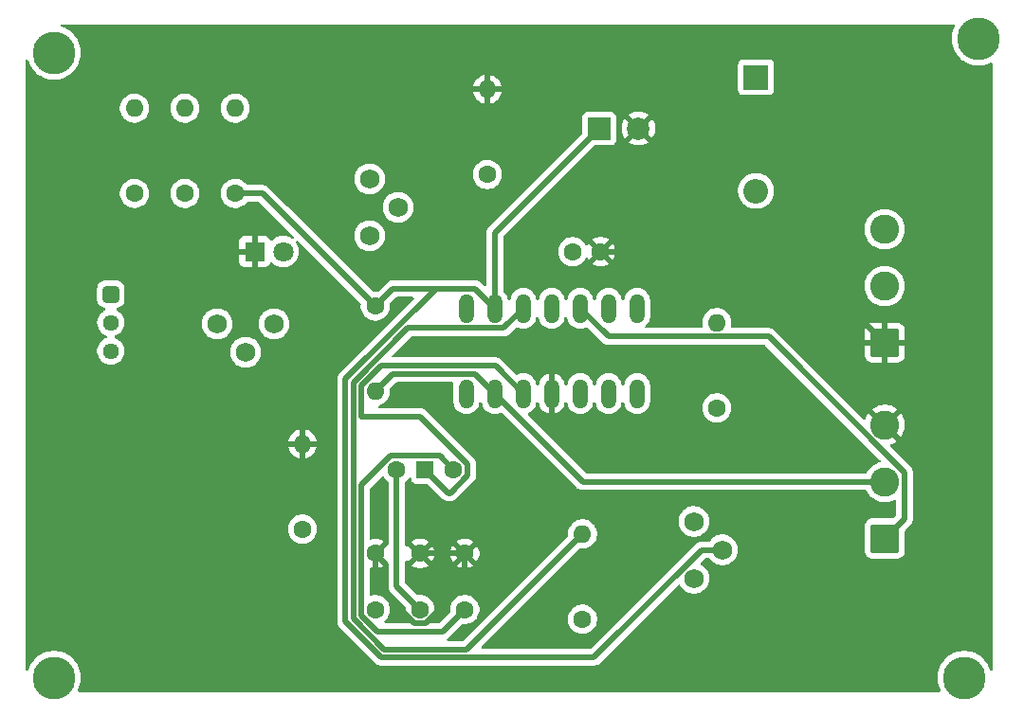
<source format=gbr>
%TF.GenerationSoftware,KiCad,Pcbnew,9.0.0*%
%TF.CreationDate,2025-04-29T18:27:41-04:00*%
%TF.ProjectId,Generador de funciones,47656e65-7261-4646-9f72-206465206675,rev?*%
%TF.SameCoordinates,Original*%
%TF.FileFunction,Copper,L1,Top*%
%TF.FilePolarity,Positive*%
%FSLAX46Y46*%
G04 Gerber Fmt 4.6, Leading zero omitted, Abs format (unit mm)*
G04 Created by KiCad (PCBNEW 9.0.0) date 2025-04-29 18:27:41*
%MOMM*%
%LPD*%
G01*
G04 APERTURE LIST*
G04 Aperture macros list*
%AMRoundRect*
0 Rectangle with rounded corners*
0 $1 Rounding radius*
0 $2 $3 $4 $5 $6 $7 $8 $9 X,Y pos of 4 corners*
0 Add a 4 corners polygon primitive as box body*
4,1,4,$2,$3,$4,$5,$6,$7,$8,$9,$2,$3,0*
0 Add four circle primitives for the rounded corners*
1,1,$1+$1,$2,$3*
1,1,$1+$1,$4,$5*
1,1,$1+$1,$6,$7*
1,1,$1+$1,$8,$9*
0 Add four rect primitives between the rounded corners*
20,1,$1+$1,$2,$3,$4,$5,0*
20,1,$1+$1,$4,$5,$6,$7,0*
20,1,$1+$1,$6,$7,$8,$9,0*
20,1,$1+$1,$8,$9,$2,$3,0*%
G04 Aperture macros list end*
%TA.AperFunction,ComponentPad*%
%ADD10R,2.000000X2.000000*%
%TD*%
%TA.AperFunction,ComponentPad*%
%ADD11C,2.000000*%
%TD*%
%TA.AperFunction,ComponentPad*%
%ADD12RoundRect,0.250000X-0.470000X-0.470000X0.470000X-0.470000X0.470000X0.470000X-0.470000X0.470000X0*%
%TD*%
%TA.AperFunction,ComponentPad*%
%ADD13C,1.440000*%
%TD*%
%TA.AperFunction,ComponentPad*%
%ADD14C,1.750000*%
%TD*%
%TA.AperFunction,ComponentPad*%
%ADD15C,1.600000*%
%TD*%
%TA.AperFunction,ComponentPad*%
%ADD16O,1.600000X1.600000*%
%TD*%
%TA.AperFunction,ComponentPad*%
%ADD17R,1.800000X1.800000*%
%TD*%
%TA.AperFunction,ComponentPad*%
%ADD18C,1.800000*%
%TD*%
%TA.AperFunction,ComponentPad*%
%ADD19R,2.200000X2.200000*%
%TD*%
%TA.AperFunction,ComponentPad*%
%ADD20O,2.200000X2.200000*%
%TD*%
%TA.AperFunction,ComponentPad*%
%ADD21C,2.600000*%
%TD*%
%TA.AperFunction,ConnectorPad*%
%ADD22C,3.800000*%
%TD*%
%TA.AperFunction,ComponentPad*%
%ADD23RoundRect,0.250000X1.050000X-1.050000X1.050000X1.050000X-1.050000X1.050000X-1.050000X-1.050000X0*%
%TD*%
%TA.AperFunction,ComponentPad*%
%ADD24R,1.500000X1.500000*%
%TD*%
%TA.AperFunction,ComponentPad*%
%ADD25O,1.320800X2.641600*%
%TD*%
%TA.AperFunction,Conductor*%
%ADD26C,0.500000*%
%TD*%
%TA.AperFunction,Conductor*%
%ADD27C,0.200000*%
%TD*%
%TA.AperFunction,Conductor*%
%ADD28C,0.250000*%
%TD*%
G04 APERTURE END LIST*
D10*
%TO.P,C1,1*%
%TO.N,Net-(D1-K)*%
X179500000Y-52500000D03*
D11*
%TO.P,C1,2*%
%TO.N,Earth*%
X183000000Y-52500000D03*
%TD*%
D12*
%TO.P,RV2,1,1*%
%TO.N,Net-(R2-Pad2)*%
X135890000Y-67310000D03*
D13*
%TO.P,RV2,2,2*%
%TO.N,Net-(C2-Pad1)*%
X135890000Y-69850000D03*
%TO.P,RV2,3,3*%
%TO.N,Net-(R8-Pad1)*%
X135890000Y-72390000D03*
%TD*%
D14*
%TO.P,RV1,1,1*%
%TO.N,Net-(R3-Pad1)*%
X187960000Y-87630000D03*
%TO.P,RV1,2,2*%
%TO.N,Net-(D1-K)*%
X190500000Y-90170000D03*
%TO.P,RV1,3,3*%
%TO.N,Net-(R4-Pad1)*%
X187960000Y-92710000D03*
%TD*%
D15*
%TO.P,R1,1*%
%TO.N,Net-(D1-K)*%
X142500000Y-58310000D03*
D16*
%TO.P,R1,2*%
%TO.N,Net-(D2-A)*%
X142500000Y-50690000D03*
%TD*%
D17*
%TO.P,D2,1,K*%
%TO.N,Earth*%
X148730000Y-63500000D03*
D18*
%TO.P,D2,2,A*%
%TO.N,Net-(D2-A)*%
X151270000Y-63500000D03*
%TD*%
D15*
%TO.P,R5,1*%
%TO.N,Net-(D1-K)*%
X147000000Y-58310000D03*
D16*
%TO.P,R5,2*%
%TO.N,Net-(R5-Pad2)*%
X147000000Y-50690000D03*
%TD*%
D15*
%TO.P,R2,1*%
%TO.N,Net-(D1-K)*%
X138000000Y-58310000D03*
D16*
%TO.P,R2,2*%
%TO.N,Net-(R2-Pad2)*%
X138000000Y-50690000D03*
%TD*%
D15*
%TO.P,R4,1*%
%TO.N,Net-(R4-Pad1)*%
X178000000Y-96360000D03*
D16*
%TO.P,R4,2*%
%TO.N,Net-(IC1-Pad5)*%
X178000000Y-88740000D03*
%TD*%
D19*
%TO.P,D1,1,K*%
%TO.N,Net-(D1-K)*%
X193500000Y-47920000D03*
D20*
%TO.P,D1,2,A*%
%TO.N,Net-(D1-A)*%
X193500000Y-58080000D03*
%TD*%
D21*
%TO.P,REF\u002A\u002A,1*%
%TO.N,N/C*%
X130810000Y-45720000D03*
D22*
X130810000Y-45720000D03*
%TD*%
D23*
%TO.P,J1,1,Pin_1*%
%TO.N,Earth*%
X205000000Y-71660000D03*
D21*
%TO.P,J1,2,Pin_2*%
%TO.N,Net-(D1-A)*%
X205000000Y-66580000D03*
%TO.P,J1,3,Pin_3*%
%TO.N,Net-(J1-Pin_3)*%
X205000000Y-61500000D03*
%TD*%
D24*
%TO.P,SW1,1,B*%
%TO.N,Net-(SW1-B)*%
X163960000Y-83000000D03*
D15*
%TO.P,SW1,2,C*%
%TO.N,Net-(SW1-C)*%
X161420000Y-83000000D03*
%TO.P,SW1,3,A*%
%TO.N,Net-(SW1-A)*%
X166500000Y-83000000D03*
%TD*%
D21*
%TO.P,REF\u002A\u002A,1*%
%TO.N,N/C*%
X130810000Y-101600000D03*
D22*
X130810000Y-101600000D03*
%TD*%
D15*
%TO.P,R8,1*%
%TO.N,Net-(R8-Pad1)*%
X153000000Y-88310000D03*
D16*
%TO.P,R8,2*%
%TO.N,Earth*%
X153000000Y-80690000D03*
%TD*%
D14*
%TO.P,RV4,1,1*%
%TO.N,Net-(R7-Pad1)*%
X159000000Y-57000000D03*
%TO.P,RV4,2,2*%
%TO.N,Net-(IC1-Pad12)*%
X161540000Y-59540000D03*
%TO.P,RV4,3,3*%
%TO.N,Net-(R5-Pad2)*%
X159000000Y-62080000D03*
%TD*%
D21*
%TO.P,REF\u002A\u002A,1*%
%TO.N,N/C*%
X212090000Y-101600000D03*
D22*
X212090000Y-101600000D03*
%TD*%
D25*
%TO.P,IC1,1*%
%TO.N,unconnected-(IC1-Pad1)*%
X182880000Y-68580000D03*
%TO.P,IC1,2*%
%TO.N,Net-(J1-Pin_3)*%
X180340000Y-68580000D03*
%TO.P,IC1,3*%
%TO.N,Net-(J2-Pin_1)*%
X177800000Y-68580000D03*
%TO.P,IC1,4*%
%TO.N,Net-(IC1-Pad4)*%
X175260000Y-68580000D03*
%TO.P,IC1,5*%
%TO.N,Net-(IC1-Pad5)*%
X172720000Y-68580000D03*
%TO.P,IC1,6*%
%TO.N,Net-(D1-K)*%
X170180000Y-68580000D03*
%TO.P,IC1,7*%
%TO.N,unconnected-(IC1-Pad7)*%
X167640000Y-68580000D03*
%TO.P,IC1,8*%
%TO.N,Net-(C2-Pad1)*%
X167640000Y-76200000D03*
%TO.P,IC1,9*%
%TO.N,Net-(J2-Pin_2)*%
X170180000Y-76200000D03*
%TO.P,IC1,10*%
%TO.N,Net-(SW1-B)*%
X172720000Y-76200000D03*
%TO.P,IC1,11*%
%TO.N,Earth*%
X175260000Y-76200000D03*
%TO.P,IC1,12*%
%TO.N,Net-(IC1-Pad12)*%
X177800000Y-76200000D03*
%TO.P,IC1,13*%
%TO.N,N/C*%
X180340000Y-76200000D03*
%TO.P,IC1,14*%
X182880000Y-76200000D03*
%TD*%
D15*
%TO.P,C3,1*%
%TO.N,Net-(D1-K)*%
X159500000Y-95500000D03*
%TO.P,C3,2*%
%TO.N,Earth*%
X159500000Y-90500000D03*
%TD*%
%TO.P,C4,1*%
%TO.N,Net-(SW1-C)*%
X163500000Y-95500000D03*
%TO.P,C4,2*%
%TO.N,Earth*%
X163500000Y-90500000D03*
%TD*%
D21*
%TO.P,REF\u002A\u002A,1*%
%TO.N,N/C*%
X213360000Y-44450000D03*
D22*
X213360000Y-44450000D03*
%TD*%
D15*
%TO.P,R7,1*%
%TO.N,Net-(R7-Pad1)*%
X169500000Y-56620000D03*
D16*
%TO.P,R7,2*%
%TO.N,Earth*%
X169500000Y-49000000D03*
%TD*%
D23*
%TO.P,J2,1,Pin_1*%
%TO.N,Net-(J2-Pin_1)*%
X205000000Y-89160000D03*
D21*
%TO.P,J2,2,Pin_2*%
%TO.N,Net-(J2-Pin_2)*%
X205000000Y-84080000D03*
%TO.P,J2,3,Pin_3*%
%TO.N,Earth*%
X205000000Y-79000000D03*
%TD*%
D14*
%TO.P,RV3,1,1*%
%TO.N,Net-(R2-Pad2)*%
X150460000Y-69960000D03*
%TO.P,RV3,2,2*%
%TO.N,Net-(C2-Pad1)*%
X147920000Y-72500000D03*
%TO.P,RV3,3,3*%
%TO.N,Net-(R8-Pad1)*%
X145380000Y-69960000D03*
%TD*%
D15*
%TO.P,C5,1*%
%TO.N,Net-(SW1-A)*%
X167500000Y-95500000D03*
%TO.P,C5,2*%
%TO.N,Earth*%
X167500000Y-90500000D03*
%TD*%
%TO.P,R3,1*%
%TO.N,Net-(R3-Pad1)*%
X190000000Y-77470000D03*
D16*
%TO.P,R3,2*%
%TO.N,Net-(IC1-Pad4)*%
X190000000Y-69850000D03*
%TD*%
D15*
%TO.P,R6,1*%
%TO.N,Net-(D1-K)*%
X159500000Y-68380000D03*
D16*
%TO.P,R6,2*%
%TO.N,Net-(J2-Pin_2)*%
X159500000Y-76000000D03*
%TD*%
D15*
%TO.P,C2,1*%
%TO.N,Net-(C2-Pad1)*%
X177125000Y-63500000D03*
%TO.P,C2,2*%
%TO.N,Earth*%
X179625000Y-63500000D03*
%TD*%
D26*
%TO.N,Earth*%
X167500000Y-93269182D02*
X164018182Y-96751000D01*
X196840000Y-63500000D02*
X205000000Y-71660000D01*
X179625000Y-63500000D02*
X196840000Y-63500000D01*
X163500000Y-90500000D02*
X167500000Y-90500000D01*
X167500000Y-90500000D02*
X167500000Y-93269182D01*
X162981818Y-96751000D02*
X159500000Y-93269182D01*
X164018182Y-96751000D02*
X162981818Y-96751000D01*
D27*
X153065000Y-80625000D02*
X153000000Y-80690000D01*
X183000000Y-52500000D02*
X183321000Y-52179000D01*
D26*
X159500000Y-93269182D02*
X159500000Y-90500000D01*
%TO.N,Net-(D1-K)*%
X170180000Y-68580000D02*
X168408200Y-66808200D01*
X188624752Y-90170000D02*
X190500000Y-90170000D01*
X164939890Y-66808200D02*
X156847000Y-74901090D01*
X156847000Y-96598910D02*
X160009090Y-99761000D01*
X147000000Y-58310000D02*
X149430000Y-58310000D01*
X160009090Y-99761000D02*
X179033752Y-99761000D01*
X168408200Y-66808200D02*
X164939890Y-66808200D01*
X159500000Y-68380000D02*
X161071800Y-66808200D01*
X161071800Y-66808200D02*
X168408200Y-66808200D01*
X156847000Y-74901090D02*
X156847000Y-96598910D01*
X179033752Y-99761000D02*
X188624752Y-90170000D01*
X170180000Y-61820000D02*
X179500000Y-52500000D01*
X149430000Y-58310000D02*
X159500000Y-68380000D01*
X170180000Y-68580000D02*
X170180000Y-61820000D01*
%TO.N,Net-(SW1-C)*%
X161420000Y-83000000D02*
X161420000Y-93420000D01*
X161420000Y-93420000D02*
X163500000Y-95500000D01*
%TO.N,Net-(SW1-A)*%
X165249000Y-81749000D02*
X160901818Y-81749000D01*
X159682818Y-97452000D02*
X165548000Y-97452000D01*
X158249000Y-84401818D02*
X158249000Y-96018182D01*
X166500000Y-83000000D02*
X165249000Y-81749000D01*
X158249000Y-96018182D02*
X159682818Y-97452000D01*
X165548000Y-97452000D02*
X167500000Y-95500000D01*
X160901818Y-81749000D02*
X158249000Y-84401818D01*
%TO.N,Net-(IC1-Pad5)*%
X162387654Y-70351800D02*
X157548000Y-75191454D01*
X160299454Y-99060000D02*
X167680000Y-99060000D01*
X172720000Y-68580000D02*
X170948200Y-70351800D01*
X167680000Y-99060000D02*
X178000000Y-88740000D01*
X170948200Y-70351800D02*
X162387654Y-70351800D01*
X157548000Y-75191454D02*
X157548000Y-96308546D01*
X157548000Y-96308546D02*
X160299454Y-99060000D01*
D28*
%TO.N,Net-(IC1-Pad4)*%
X190000000Y-69850000D02*
X189703200Y-70146800D01*
D26*
%TO.N,Net-(J2-Pin_1)*%
X206751000Y-83227288D02*
X194624712Y-71101000D01*
X205000000Y-89160000D02*
X206751000Y-87409000D01*
X206751000Y-87409000D02*
X206751000Y-83227288D01*
X194624712Y-71101000D02*
X180321000Y-71101000D01*
X180321000Y-71101000D02*
X177800000Y-68580000D01*
%TO.N,Net-(SW1-B)*%
X158249000Y-78239000D02*
X163508182Y-78239000D01*
X170247200Y-73727200D02*
X160003618Y-73727200D01*
X167751000Y-82481818D02*
X167751000Y-83518182D01*
X166179182Y-85090000D02*
X166050000Y-85090000D01*
X167751000Y-83518182D02*
X166179182Y-85090000D01*
X172720000Y-76200000D02*
X170247200Y-73727200D01*
X158249000Y-75481818D02*
X158249000Y-78239000D01*
X166050000Y-85090000D02*
X163960000Y-83000000D01*
X163508182Y-78239000D02*
X167751000Y-82481818D01*
X160003618Y-73727200D02*
X158249000Y-75481818D01*
%TO.N,Net-(J2-Pin_2)*%
X168408200Y-74428200D02*
X170180000Y-76200000D01*
X178060000Y-84080000D02*
X170180000Y-76200000D01*
X159500000Y-76000000D02*
X161071800Y-74428200D01*
X205000000Y-84080000D02*
X178060000Y-84080000D01*
X161071800Y-74428200D02*
X168408200Y-74428200D01*
D27*
%TO.N,Net-(R8-Pad1)*%
X153435000Y-88315000D02*
X153500000Y-88250000D01*
%TD*%
%TA.AperFunction,Conductor*%
%TO.N,Earth*%
G36*
X160595448Y-91241896D02*
G01*
X160604145Y-91243723D01*
X160653903Y-91292773D01*
X160669500Y-91352979D01*
X160669500Y-93493918D01*
X160669500Y-93493920D01*
X160669499Y-93493920D01*
X160698340Y-93638907D01*
X160698343Y-93638917D01*
X160754914Y-93775492D01*
X160787812Y-93824727D01*
X160787813Y-93824730D01*
X160837046Y-93898414D01*
X160837052Y-93898421D01*
X162173526Y-95234893D01*
X162207011Y-95296216D01*
X162208318Y-95341971D01*
X162199500Y-95397647D01*
X162199500Y-95602351D01*
X162231522Y-95804534D01*
X162294781Y-95999223D01*
X162323439Y-96055466D01*
X162379298Y-96165095D01*
X162387715Y-96181613D01*
X162508028Y-96347213D01*
X162650634Y-96489819D01*
X162684119Y-96551142D01*
X162679135Y-96620834D01*
X162637263Y-96676767D01*
X162571799Y-96701184D01*
X162562953Y-96701500D01*
X160437047Y-96701500D01*
X160370008Y-96681815D01*
X160324253Y-96629011D01*
X160314309Y-96559853D01*
X160343334Y-96496297D01*
X160349366Y-96489819D01*
X160376834Y-96462351D01*
X160491966Y-96347219D01*
X160491968Y-96347215D01*
X160491971Y-96347213D01*
X160544732Y-96274590D01*
X160612287Y-96181610D01*
X160705220Y-95999219D01*
X160768477Y-95804534D01*
X160800500Y-95602352D01*
X160800500Y-95397648D01*
X160795809Y-95368028D01*
X160768477Y-95195465D01*
X160734704Y-95091523D01*
X160705220Y-95000781D01*
X160705218Y-95000778D01*
X160705218Y-95000776D01*
X160671503Y-94934607D01*
X160612287Y-94818390D01*
X160604556Y-94807749D01*
X160491971Y-94652786D01*
X160347213Y-94508028D01*
X160181613Y-94387715D01*
X160181612Y-94387714D01*
X160181610Y-94387713D01*
X160124653Y-94358691D01*
X159999223Y-94294781D01*
X159804534Y-94231522D01*
X159629995Y-94203878D01*
X159602352Y-94199500D01*
X159397648Y-94199500D01*
X159341974Y-94208318D01*
X159195464Y-94231523D01*
X159195457Y-94231524D01*
X159161817Y-94242455D01*
X159091976Y-94244450D01*
X159032144Y-94208369D01*
X159001316Y-94145668D01*
X158999500Y-94124524D01*
X158999500Y-91874950D01*
X159019185Y-91807911D01*
X159071989Y-91762156D01*
X159141147Y-91752212D01*
X159161820Y-91757020D01*
X159195575Y-91767988D01*
X159195581Y-91767989D01*
X159397683Y-91800000D01*
X159602317Y-91800000D01*
X159804417Y-91767990D01*
X159999031Y-91704755D01*
X160181349Y-91611859D01*
X160225921Y-91579474D01*
X159546447Y-90900000D01*
X159552661Y-90900000D01*
X159654394Y-90872741D01*
X159745606Y-90820080D01*
X159820080Y-90745606D01*
X159872741Y-90654394D01*
X159900000Y-90552661D01*
X159900000Y-90546447D01*
X160595448Y-91241896D01*
G37*
%TD.AperFunction*%
%TA.AperFunction,Conductor*%
G36*
X160182864Y-83587221D02*
G01*
X160210970Y-83586016D01*
X160217248Y-83589680D01*
X160224499Y-83590199D01*
X160247018Y-83607057D01*
X160271313Y-83621238D01*
X160277293Y-83629721D01*
X160280432Y-83632071D01*
X160291649Y-83650084D01*
X160307714Y-83681613D01*
X160428028Y-83847213D01*
X160428034Y-83847219D01*
X160572781Y-83991966D01*
X160618384Y-84025098D01*
X160661050Y-84080425D01*
X160669500Y-84125416D01*
X160669500Y-89647019D01*
X160649815Y-89714058D01*
X160597011Y-89759813D01*
X160593035Y-89760515D01*
X159900000Y-90453551D01*
X159900000Y-90447339D01*
X159872741Y-90345606D01*
X159820080Y-90254394D01*
X159745606Y-90179920D01*
X159654394Y-90127259D01*
X159552661Y-90100000D01*
X159546446Y-90100000D01*
X160225922Y-89420524D01*
X160225921Y-89420523D01*
X160181359Y-89388147D01*
X160181350Y-89388141D01*
X159999031Y-89295244D01*
X159804417Y-89232009D01*
X159602317Y-89200000D01*
X159397683Y-89200000D01*
X159195581Y-89232010D01*
X159195574Y-89232011D01*
X159161817Y-89242980D01*
X159091976Y-89244975D01*
X159032144Y-89208894D01*
X159001316Y-89146193D01*
X158999500Y-89125049D01*
X158999500Y-84764047D01*
X159019185Y-84697008D01*
X159035819Y-84676366D01*
X159518392Y-84193793D01*
X160093486Y-83618698D01*
X160118172Y-83605219D01*
X160141165Y-83589010D01*
X160148427Y-83588698D01*
X160154807Y-83585215D01*
X160182864Y-83587221D01*
G37*
%TD.AperFunction*%
%TA.AperFunction,Conductor*%
G36*
X176566630Y-69317134D02*
G01*
X176624863Y-69355744D01*
X176652473Y-69416202D01*
X176664524Y-69492287D01*
X176667685Y-69512245D01*
X176724152Y-69686031D01*
X176807109Y-69848844D01*
X176914515Y-69996676D01*
X177043724Y-70125885D01*
X177191556Y-70233291D01*
X177354369Y-70316248D01*
X177528155Y-70372715D01*
X177595835Y-70383434D01*
X177708630Y-70401300D01*
X177708635Y-70401300D01*
X177891370Y-70401300D01*
X177991631Y-70385419D01*
X178071845Y-70372715D01*
X178245631Y-70316248D01*
X178317227Y-70279767D01*
X178385895Y-70266871D01*
X178450636Y-70293146D01*
X178461203Y-70302571D01*
X179842580Y-71683948D01*
X179842584Y-71683951D01*
X179965498Y-71766080D01*
X179965511Y-71766087D01*
X180102082Y-71822656D01*
X180102087Y-71822658D01*
X180102091Y-71822658D01*
X180102092Y-71822659D01*
X180247079Y-71851500D01*
X180247082Y-71851500D01*
X180394917Y-71851500D01*
X194262482Y-71851500D01*
X194329521Y-71871185D01*
X194350163Y-71887819D01*
X204594438Y-82132094D01*
X204627923Y-82193417D01*
X204622939Y-82263109D01*
X204581067Y-82319042D01*
X204538852Y-82339549D01*
X204479886Y-82355349D01*
X204420006Y-82371394D01*
X204201954Y-82461714D01*
X204201943Y-82461719D01*
X203997545Y-82579730D01*
X203810302Y-82723406D01*
X203810295Y-82723412D01*
X203643412Y-82890295D01*
X203643406Y-82890302D01*
X203499730Y-83077545D01*
X203499727Y-83077549D01*
X203499727Y-83077550D01*
X203479402Y-83112754D01*
X203390059Y-83267500D01*
X203339492Y-83315716D01*
X203282672Y-83329500D01*
X178422230Y-83329500D01*
X178355191Y-83309815D01*
X178334549Y-83293181D01*
X173161761Y-78120393D01*
X173128276Y-78059070D01*
X173133260Y-77989378D01*
X173175132Y-77933445D01*
X173193144Y-77922229D01*
X173328444Y-77853291D01*
X173476276Y-77745885D01*
X173605485Y-77616676D01*
X173712891Y-77468844D01*
X173795848Y-77306031D01*
X173852315Y-77132245D01*
X173867780Y-77034603D01*
X173897709Y-76971469D01*
X173957021Y-76934538D01*
X174026883Y-76935536D01*
X174085116Y-76974146D01*
X174112726Y-77034603D01*
X174128173Y-77132129D01*
X174184616Y-77305843D01*
X174267537Y-77468582D01*
X174374899Y-77616351D01*
X174374899Y-77616352D01*
X174504047Y-77745500D01*
X174651817Y-77852862D01*
X174814558Y-77935783D01*
X174988271Y-77992227D01*
X175009999Y-77995668D01*
X175010000Y-77995667D01*
X175010000Y-76524737D01*
X175010464Y-76525201D01*
X175103135Y-76578705D01*
X175206496Y-76606400D01*
X175313504Y-76606400D01*
X175416865Y-76578705D01*
X175509536Y-76525201D01*
X175510000Y-76524737D01*
X175510000Y-77995668D01*
X175531728Y-77992227D01*
X175705441Y-77935783D01*
X175868182Y-77852862D01*
X176015951Y-77745500D01*
X176015952Y-77745500D01*
X176145100Y-77616352D01*
X176145100Y-77616351D01*
X176252462Y-77468582D01*
X176335383Y-77305843D01*
X176391827Y-77132128D01*
X176391827Y-77132127D01*
X176407273Y-77034605D01*
X176437202Y-76971470D01*
X176496513Y-76934538D01*
X176566376Y-76935536D01*
X176624609Y-76974145D01*
X176652219Y-77034603D01*
X176667684Y-77132242D01*
X176667685Y-77132245D01*
X176724152Y-77306031D01*
X176807109Y-77468844D01*
X176914515Y-77616676D01*
X177043724Y-77745885D01*
X177191556Y-77853291D01*
X177354369Y-77936248D01*
X177528155Y-77992715D01*
X177595835Y-78003434D01*
X177708630Y-78021300D01*
X177708635Y-78021300D01*
X177891370Y-78021300D01*
X177991631Y-78005419D01*
X178071845Y-77992715D01*
X178245631Y-77936248D01*
X178408444Y-77853291D01*
X178556276Y-77745885D01*
X178685485Y-77616676D01*
X178792891Y-77468844D01*
X178875848Y-77306031D01*
X178932315Y-77132245D01*
X178947527Y-77036202D01*
X178977456Y-76973067D01*
X179036768Y-76936136D01*
X179106630Y-76937134D01*
X179164863Y-76975744D01*
X179192473Y-77036202D01*
X179207684Y-77132241D01*
X179207684Y-77132243D01*
X179207685Y-77132245D01*
X179264152Y-77306031D01*
X179347109Y-77468844D01*
X179454515Y-77616676D01*
X179583724Y-77745885D01*
X179731556Y-77853291D01*
X179894369Y-77936248D01*
X180068155Y-77992715D01*
X180135835Y-78003434D01*
X180248630Y-78021300D01*
X180248635Y-78021300D01*
X180431370Y-78021300D01*
X180531631Y-78005419D01*
X180611845Y-77992715D01*
X180785631Y-77936248D01*
X180948444Y-77853291D01*
X181096276Y-77745885D01*
X181225485Y-77616676D01*
X181332891Y-77468844D01*
X181415848Y-77306031D01*
X181472315Y-77132245D01*
X181487527Y-77036202D01*
X181517456Y-76973067D01*
X181576768Y-76936136D01*
X181646630Y-76937134D01*
X181704863Y-76975744D01*
X181732473Y-77036202D01*
X181747684Y-77132241D01*
X181747684Y-77132243D01*
X181747685Y-77132245D01*
X181804152Y-77306031D01*
X181887109Y-77468844D01*
X181994515Y-77616676D01*
X182123724Y-77745885D01*
X182271556Y-77853291D01*
X182434369Y-77936248D01*
X182608155Y-77992715D01*
X182675835Y-78003434D01*
X182788630Y-78021300D01*
X182788635Y-78021300D01*
X182971370Y-78021300D01*
X183071631Y-78005419D01*
X183151845Y-77992715D01*
X183325631Y-77936248D01*
X183488444Y-77853291D01*
X183636276Y-77745885D01*
X183765485Y-77616676D01*
X183872891Y-77468844D01*
X183924453Y-77367648D01*
X188699500Y-77367648D01*
X188699500Y-77572351D01*
X188731522Y-77774534D01*
X188794781Y-77969223D01*
X188887715Y-78151613D01*
X189008028Y-78317213D01*
X189152786Y-78461971D01*
X189244981Y-78528953D01*
X189318390Y-78582287D01*
X189434607Y-78641503D01*
X189500776Y-78675218D01*
X189500778Y-78675218D01*
X189500781Y-78675220D01*
X189605137Y-78709127D01*
X189695465Y-78738477D01*
X189796557Y-78754488D01*
X189897648Y-78770500D01*
X189897649Y-78770500D01*
X190102351Y-78770500D01*
X190102352Y-78770500D01*
X190304534Y-78738477D01*
X190499219Y-78675220D01*
X190681610Y-78582287D01*
X190802646Y-78494350D01*
X190847213Y-78461971D01*
X190847215Y-78461968D01*
X190847219Y-78461966D01*
X190991966Y-78317219D01*
X190991968Y-78317215D01*
X190991971Y-78317213D01*
X191075546Y-78202180D01*
X191112287Y-78151610D01*
X191205220Y-77969219D01*
X191268477Y-77774534D01*
X191300500Y-77572352D01*
X191300500Y-77367648D01*
X191268477Y-77165466D01*
X191205220Y-76970781D01*
X191205218Y-76970778D01*
X191205218Y-76970776D01*
X191171503Y-76904607D01*
X191112287Y-76788390D01*
X191034710Y-76681613D01*
X190991971Y-76622786D01*
X190847213Y-76478028D01*
X190681613Y-76357715D01*
X190681612Y-76357714D01*
X190681610Y-76357713D01*
X190624653Y-76328691D01*
X190499223Y-76264781D01*
X190304534Y-76201522D01*
X190129995Y-76173878D01*
X190102352Y-76169500D01*
X189897648Y-76169500D01*
X189873329Y-76173351D01*
X189695465Y-76201522D01*
X189500776Y-76264781D01*
X189318386Y-76357715D01*
X189152786Y-76478028D01*
X189008028Y-76622786D01*
X188887715Y-76788386D01*
X188794781Y-76970776D01*
X188731522Y-77165465D01*
X188699500Y-77367648D01*
X183924453Y-77367648D01*
X183955848Y-77306031D01*
X184012315Y-77132245D01*
X184027780Y-77034603D01*
X184040900Y-76951770D01*
X184040900Y-75448229D01*
X184012315Y-75267758D01*
X184012315Y-75267757D01*
X184012315Y-75267755D01*
X183955848Y-75093969D01*
X183872891Y-74931156D01*
X183765485Y-74783324D01*
X183636276Y-74654115D01*
X183488444Y-74546709D01*
X183325631Y-74463752D01*
X183151845Y-74407285D01*
X183151843Y-74407284D01*
X183151841Y-74407284D01*
X182971370Y-74378700D01*
X182971365Y-74378700D01*
X182788635Y-74378700D01*
X182788630Y-74378700D01*
X182608158Y-74407284D01*
X182434366Y-74463753D01*
X182271555Y-74546709D01*
X182123721Y-74654117D01*
X181994517Y-74783321D01*
X181887109Y-74931155D01*
X181804153Y-75093966D01*
X181747684Y-75267758D01*
X181732473Y-75363797D01*
X181702544Y-75426932D01*
X181643232Y-75463863D01*
X181573369Y-75462865D01*
X181515137Y-75424255D01*
X181487527Y-75363797D01*
X181472315Y-75267758D01*
X181472315Y-75267757D01*
X181472315Y-75267755D01*
X181415848Y-75093969D01*
X181332891Y-74931156D01*
X181225485Y-74783324D01*
X181096276Y-74654115D01*
X180948444Y-74546709D01*
X180785631Y-74463752D01*
X180611845Y-74407285D01*
X180611843Y-74407284D01*
X180611841Y-74407284D01*
X180431370Y-74378700D01*
X180431365Y-74378700D01*
X180248635Y-74378700D01*
X180248630Y-74378700D01*
X180068158Y-74407284D01*
X179894366Y-74463753D01*
X179731555Y-74546709D01*
X179583721Y-74654117D01*
X179454517Y-74783321D01*
X179347109Y-74931155D01*
X179264153Y-75093966D01*
X179207684Y-75267758D01*
X179192473Y-75363797D01*
X179162544Y-75426932D01*
X179103232Y-75463863D01*
X179033369Y-75462865D01*
X178975137Y-75424255D01*
X178947527Y-75363797D01*
X178932315Y-75267758D01*
X178932315Y-75267757D01*
X178932315Y-75267755D01*
X178875848Y-75093969D01*
X178792891Y-74931156D01*
X178685485Y-74783324D01*
X178556276Y-74654115D01*
X178408444Y-74546709D01*
X178245631Y-74463752D01*
X178071845Y-74407285D01*
X178071843Y-74407284D01*
X178071841Y-74407284D01*
X177891370Y-74378700D01*
X177891365Y-74378700D01*
X177708635Y-74378700D01*
X177708630Y-74378700D01*
X177528158Y-74407284D01*
X177354366Y-74463753D01*
X177191555Y-74546709D01*
X177043721Y-74654117D01*
X176914517Y-74783321D01*
X176807109Y-74931155D01*
X176724153Y-75093966D01*
X176667684Y-75267757D01*
X176652219Y-75365396D01*
X176622289Y-75428531D01*
X176562977Y-75465461D01*
X176493114Y-75464463D01*
X176434882Y-75425852D01*
X176407273Y-75365395D01*
X176391826Y-75267870D01*
X176335383Y-75094156D01*
X176252462Y-74931417D01*
X176145100Y-74783648D01*
X176145100Y-74783647D01*
X176015952Y-74654499D01*
X175868182Y-74547137D01*
X175705441Y-74464216D01*
X175531727Y-74407773D01*
X175531722Y-74407772D01*
X175510000Y-74404331D01*
X175510000Y-75875263D01*
X175509536Y-75874799D01*
X175416865Y-75821295D01*
X175313504Y-75793600D01*
X175206496Y-75793600D01*
X175103135Y-75821295D01*
X175010464Y-75874799D01*
X175010000Y-75875263D01*
X175010000Y-74404331D01*
X175009999Y-74404331D01*
X174988277Y-74407772D01*
X174988272Y-74407773D01*
X174814558Y-74464216D01*
X174651817Y-74547137D01*
X174504048Y-74654499D01*
X174504047Y-74654499D01*
X174374899Y-74783647D01*
X174374899Y-74783648D01*
X174267537Y-74931417D01*
X174184616Y-75094156D01*
X174128173Y-75267870D01*
X174112726Y-75365396D01*
X174082796Y-75428530D01*
X174023485Y-75465461D01*
X173953622Y-75464463D01*
X173895390Y-75425853D01*
X173867780Y-75365395D01*
X173852315Y-75267758D01*
X173852315Y-75267757D01*
X173852315Y-75267755D01*
X173795848Y-75093969D01*
X173712891Y-74931156D01*
X173605485Y-74783324D01*
X173476276Y-74654115D01*
X173328444Y-74546709D01*
X173165631Y-74463752D01*
X172991845Y-74407285D01*
X172991843Y-74407284D01*
X172991841Y-74407284D01*
X172811370Y-74378700D01*
X172811365Y-74378700D01*
X172628635Y-74378700D01*
X172628630Y-74378700D01*
X172448158Y-74407284D01*
X172274371Y-74463751D01*
X172274361Y-74463755D01*
X172202771Y-74500232D01*
X172134102Y-74513128D01*
X172069361Y-74486851D01*
X172058796Y-74477428D01*
X170725617Y-73144249D01*
X170643624Y-73089464D01*
X170643623Y-73089463D01*
X170602700Y-73062119D01*
X170602688Y-73062112D01*
X170466117Y-73005543D01*
X170466107Y-73005540D01*
X170321120Y-72976700D01*
X170321118Y-72976700D01*
X161123483Y-72976700D01*
X161056444Y-72957015D01*
X161010689Y-72904211D01*
X161000745Y-72835053D01*
X161029770Y-72771497D01*
X161035802Y-72765019D01*
X162662202Y-71138619D01*
X162723525Y-71105134D01*
X162749883Y-71102300D01*
X171022120Y-71102300D01*
X171119662Y-71082896D01*
X171167113Y-71073458D01*
X171303695Y-71016884D01*
X171357277Y-70981082D01*
X171426616Y-70934752D01*
X172058797Y-70302569D01*
X172120118Y-70269086D01*
X172189809Y-70274070D01*
X172202770Y-70279766D01*
X172274369Y-70316248D01*
X172448155Y-70372715D01*
X172515835Y-70383434D01*
X172628630Y-70401300D01*
X172628635Y-70401300D01*
X172811370Y-70401300D01*
X172911631Y-70385419D01*
X172991845Y-70372715D01*
X173165631Y-70316248D01*
X173328444Y-70233291D01*
X173476276Y-70125885D01*
X173605485Y-69996676D01*
X173712891Y-69848844D01*
X173795848Y-69686031D01*
X173852315Y-69512245D01*
X173867527Y-69416202D01*
X173897456Y-69353067D01*
X173956768Y-69316136D01*
X174026630Y-69317134D01*
X174084863Y-69355744D01*
X174112473Y-69416202D01*
X174124524Y-69492287D01*
X174127685Y-69512245D01*
X174184152Y-69686031D01*
X174267109Y-69848844D01*
X174374515Y-69996676D01*
X174503724Y-70125885D01*
X174651556Y-70233291D01*
X174814369Y-70316248D01*
X174988155Y-70372715D01*
X175055835Y-70383434D01*
X175168630Y-70401300D01*
X175168635Y-70401300D01*
X175351370Y-70401300D01*
X175451631Y-70385419D01*
X175531845Y-70372715D01*
X175705631Y-70316248D01*
X175868444Y-70233291D01*
X176016276Y-70125885D01*
X176145485Y-69996676D01*
X176252891Y-69848844D01*
X176335848Y-69686031D01*
X176392315Y-69512245D01*
X176407527Y-69416202D01*
X176437456Y-69353067D01*
X176496768Y-69316136D01*
X176566630Y-69317134D01*
G37*
%TD.AperFunction*%
%TA.AperFunction,Conductor*%
G36*
X211111162Y-43180370D02*
G01*
X211112430Y-43180026D01*
X211144583Y-43190183D01*
X211176940Y-43199685D01*
X211177800Y-43200677D01*
X211179054Y-43201074D01*
X211200629Y-43227023D01*
X211222695Y-43252489D01*
X211222881Y-43253788D01*
X211223723Y-43254800D01*
X211227840Y-43288276D01*
X211232639Y-43321647D01*
X211232144Y-43323268D01*
X211232253Y-43324147D01*
X211221621Y-43357802D01*
X211138734Y-43529917D01*
X211049687Y-43784397D01*
X211049684Y-43784405D01*
X210989688Y-44047268D01*
X210989686Y-44047280D01*
X210959500Y-44315186D01*
X210959500Y-44584813D01*
X210989686Y-44852719D01*
X210989688Y-44852731D01*
X211049684Y-45115594D01*
X211049687Y-45115602D01*
X211138734Y-45370082D01*
X211255714Y-45612994D01*
X211255716Y-45612997D01*
X211399162Y-45841289D01*
X211567266Y-46052085D01*
X211757915Y-46242734D01*
X211968711Y-46410838D01*
X212050859Y-46462455D01*
X212197005Y-46554285D01*
X212245567Y-46577671D01*
X212439921Y-46671267D01*
X212631049Y-46738145D01*
X212694397Y-46760312D01*
X212694405Y-46760315D01*
X212694408Y-46760315D01*
X212694409Y-46760316D01*
X212957268Y-46820312D01*
X213225187Y-46850499D01*
X213225188Y-46850500D01*
X213225191Y-46850500D01*
X213494812Y-46850500D01*
X213494812Y-46850499D01*
X213762732Y-46820312D01*
X214025591Y-46760316D01*
X214280079Y-46671267D01*
X214452198Y-46588379D01*
X214521140Y-46577027D01*
X214585274Y-46604749D01*
X214624240Y-46662744D01*
X214630000Y-46700099D01*
X214630000Y-100860995D01*
X214610315Y-100928034D01*
X214557511Y-100973789D01*
X214488353Y-100983733D01*
X214424797Y-100954708D01*
X214388959Y-100901950D01*
X214342998Y-100770604D01*
X214311267Y-100679921D01*
X214194284Y-100437003D01*
X214050838Y-100208711D01*
X213882734Y-99997915D01*
X213692085Y-99807266D01*
X213481289Y-99639162D01*
X213252997Y-99495716D01*
X213252994Y-99495714D01*
X213010082Y-99378734D01*
X212755602Y-99289687D01*
X212755594Y-99289684D01*
X212558446Y-99244687D01*
X212492732Y-99229688D01*
X212492728Y-99229687D01*
X212492719Y-99229686D01*
X212224813Y-99199500D01*
X212224809Y-99199500D01*
X211955191Y-99199500D01*
X211955186Y-99199500D01*
X211687280Y-99229686D01*
X211687268Y-99229688D01*
X211424405Y-99289684D01*
X211424397Y-99289687D01*
X211169917Y-99378734D01*
X210927005Y-99495714D01*
X210698712Y-99639161D01*
X210487915Y-99807265D01*
X210297265Y-99997915D01*
X210129161Y-100208712D01*
X209985716Y-100437003D01*
X209868734Y-100679917D01*
X209779687Y-100934397D01*
X209779684Y-100934405D01*
X209719688Y-101197268D01*
X209719686Y-101197280D01*
X209689500Y-101465186D01*
X209689500Y-101734813D01*
X209719686Y-102002719D01*
X209719688Y-102002731D01*
X209779684Y-102265594D01*
X209779687Y-102265602D01*
X209868734Y-102520082D01*
X209951621Y-102692198D01*
X209962973Y-102761140D01*
X209935251Y-102825274D01*
X209877256Y-102864240D01*
X209839901Y-102870000D01*
X133060099Y-102870000D01*
X132993060Y-102850315D01*
X132947305Y-102797511D01*
X132937361Y-102728353D01*
X132948379Y-102692198D01*
X132953989Y-102680547D01*
X133031267Y-102520079D01*
X133120316Y-102265591D01*
X133180312Y-102002732D01*
X133210500Y-101734809D01*
X133210500Y-101465191D01*
X133180312Y-101197268D01*
X133120316Y-100934409D01*
X133031267Y-100679921D01*
X132914284Y-100437003D01*
X132770838Y-100208711D01*
X132602734Y-99997915D01*
X132412085Y-99807266D01*
X132201289Y-99639162D01*
X131972997Y-99495716D01*
X131972994Y-99495714D01*
X131730082Y-99378734D01*
X131475602Y-99289687D01*
X131475594Y-99289684D01*
X131278446Y-99244687D01*
X131212732Y-99229688D01*
X131212728Y-99229687D01*
X131212719Y-99229686D01*
X130944813Y-99199500D01*
X130944809Y-99199500D01*
X130675191Y-99199500D01*
X130675186Y-99199500D01*
X130407280Y-99229686D01*
X130407268Y-99229688D01*
X130144405Y-99289684D01*
X130144397Y-99289687D01*
X129889917Y-99378734D01*
X129647005Y-99495714D01*
X129418712Y-99639161D01*
X129207915Y-99807265D01*
X129017265Y-99997915D01*
X128849161Y-100208712D01*
X128705716Y-100437003D01*
X128588734Y-100679917D01*
X128511041Y-100901950D01*
X128470320Y-100958726D01*
X128405367Y-100984473D01*
X128336805Y-100971017D01*
X128286402Y-100922629D01*
X128270000Y-100860995D01*
X128270000Y-88207648D01*
X151699500Y-88207648D01*
X151699500Y-88412351D01*
X151731522Y-88614534D01*
X151794781Y-88809223D01*
X151838627Y-88895274D01*
X151871825Y-88960429D01*
X151887715Y-88991613D01*
X152008028Y-89157213D01*
X152152786Y-89301971D01*
X152302925Y-89411051D01*
X152318390Y-89422287D01*
X152434607Y-89481503D01*
X152500776Y-89515218D01*
X152500778Y-89515218D01*
X152500781Y-89515220D01*
X152605137Y-89549127D01*
X152695465Y-89578477D01*
X152796557Y-89594488D01*
X152897648Y-89610500D01*
X152897649Y-89610500D01*
X153102351Y-89610500D01*
X153102352Y-89610500D01*
X153304534Y-89578477D01*
X153499219Y-89515220D01*
X153681610Y-89422287D01*
X153774590Y-89354732D01*
X153847213Y-89301971D01*
X153847215Y-89301968D01*
X153847219Y-89301966D01*
X153991966Y-89157219D01*
X153991968Y-89157215D01*
X153991971Y-89157213D01*
X154044732Y-89084590D01*
X154112287Y-88991610D01*
X154205220Y-88809219D01*
X154268477Y-88614534D01*
X154300500Y-88412352D01*
X154300500Y-88207648D01*
X154277112Y-88059983D01*
X154268477Y-88005465D01*
X154230122Y-87887421D01*
X154205220Y-87810781D01*
X154205218Y-87810778D01*
X154205218Y-87810776D01*
X154118886Y-87641342D01*
X154112287Y-87628390D01*
X154044277Y-87534781D01*
X153991971Y-87462786D01*
X153847213Y-87318028D01*
X153681613Y-87197715D01*
X153681612Y-87197714D01*
X153681610Y-87197713D01*
X153624653Y-87168691D01*
X153499223Y-87104781D01*
X153304534Y-87041522D01*
X153129995Y-87013878D01*
X153102352Y-87009500D01*
X152897648Y-87009500D01*
X152873329Y-87013351D01*
X152695465Y-87041522D01*
X152500776Y-87104781D01*
X152318386Y-87197715D01*
X152152786Y-87318028D01*
X152008028Y-87462786D01*
X151887715Y-87628386D01*
X151794781Y-87810776D01*
X151731522Y-88005465D01*
X151699500Y-88207648D01*
X128270000Y-88207648D01*
X128270000Y-80440000D01*
X151723391Y-80440000D01*
X152684314Y-80440000D01*
X152679920Y-80444394D01*
X152627259Y-80535606D01*
X152600000Y-80637339D01*
X152600000Y-80742661D01*
X152627259Y-80844394D01*
X152679920Y-80935606D01*
X152684314Y-80940000D01*
X151723391Y-80940000D01*
X151732009Y-80994413D01*
X151795244Y-81189029D01*
X151888140Y-81371349D01*
X152008417Y-81536894D01*
X152008417Y-81536895D01*
X152153104Y-81681582D01*
X152318650Y-81801859D01*
X152500968Y-81894754D01*
X152695578Y-81957988D01*
X152750000Y-81966607D01*
X152750000Y-81005686D01*
X152754394Y-81010080D01*
X152845606Y-81062741D01*
X152947339Y-81090000D01*
X153052661Y-81090000D01*
X153154394Y-81062741D01*
X153245606Y-81010080D01*
X153250000Y-81005686D01*
X153250000Y-81966606D01*
X153304421Y-81957988D01*
X153499031Y-81894754D01*
X153681349Y-81801859D01*
X153846894Y-81681582D01*
X153846895Y-81681582D01*
X153991582Y-81536895D01*
X153991582Y-81536894D01*
X154111859Y-81371349D01*
X154204755Y-81189029D01*
X154267990Y-80994413D01*
X154276609Y-80940000D01*
X153315686Y-80940000D01*
X153320080Y-80935606D01*
X153372741Y-80844394D01*
X153400000Y-80742661D01*
X153400000Y-80637339D01*
X153372741Y-80535606D01*
X153320080Y-80444394D01*
X153315686Y-80440000D01*
X154276609Y-80440000D01*
X154267990Y-80385586D01*
X154204755Y-80190970D01*
X154111859Y-80008650D01*
X153991582Y-79843105D01*
X153991582Y-79843104D01*
X153846895Y-79698417D01*
X153681349Y-79578140D01*
X153499029Y-79485244D01*
X153304413Y-79422009D01*
X153250000Y-79413390D01*
X153250000Y-80374314D01*
X153245606Y-80369920D01*
X153154394Y-80317259D01*
X153052661Y-80290000D01*
X152947339Y-80290000D01*
X152845606Y-80317259D01*
X152754394Y-80369920D01*
X152750000Y-80374314D01*
X152750000Y-79413390D01*
X152695586Y-79422009D01*
X152500970Y-79485244D01*
X152318650Y-79578140D01*
X152153105Y-79698417D01*
X152153104Y-79698417D01*
X152008417Y-79843104D01*
X152008417Y-79843105D01*
X151888140Y-80008650D01*
X151795244Y-80190970D01*
X151732009Y-80385586D01*
X151723391Y-80440000D01*
X128270000Y-80440000D01*
X128270000Y-66789983D01*
X134669500Y-66789983D01*
X134669500Y-67830001D01*
X134669501Y-67830019D01*
X134680000Y-67932796D01*
X134680001Y-67932799D01*
X134728868Y-68080269D01*
X134735186Y-68099334D01*
X134827288Y-68248656D01*
X134951344Y-68372712D01*
X135100666Y-68464814D01*
X135267203Y-68519999D01*
X135302231Y-68523577D01*
X135366923Y-68549972D01*
X135407075Y-68607152D01*
X135409939Y-68676963D01*
X135374606Y-68737240D01*
X135345926Y-68757419D01*
X135250321Y-68806133D01*
X135178894Y-68858028D01*
X135094898Y-68919055D01*
X135094896Y-68919057D01*
X135094895Y-68919057D01*
X134959057Y-69054895D01*
X134959057Y-69054896D01*
X134959055Y-69054898D01*
X134952499Y-69063922D01*
X134846135Y-69210318D01*
X134758916Y-69381493D01*
X134699553Y-69564197D01*
X134680256Y-69686033D01*
X134669500Y-69753945D01*
X134669500Y-69946055D01*
X134677518Y-69996676D01*
X134699553Y-70135802D01*
X134758916Y-70318506D01*
X134835502Y-70468812D01*
X134846135Y-70489681D01*
X134959055Y-70645102D01*
X135094898Y-70780945D01*
X135250319Y-70893865D01*
X135330560Y-70934750D01*
X135421493Y-70981083D01*
X135486081Y-71002069D01*
X135543756Y-71041506D01*
X135570955Y-71105865D01*
X135559041Y-71174711D01*
X135511797Y-71226187D01*
X135486081Y-71237931D01*
X135421493Y-71258916D01*
X135250318Y-71346135D01*
X135162416Y-71410000D01*
X135094898Y-71459055D01*
X135094896Y-71459057D01*
X135094895Y-71459057D01*
X134959057Y-71594895D01*
X134959057Y-71594896D01*
X134959055Y-71594898D01*
X134952499Y-71603922D01*
X134846135Y-71750318D01*
X134758916Y-71921493D01*
X134699553Y-72104197D01*
X134669500Y-72293945D01*
X134669500Y-72486054D01*
X134699553Y-72675802D01*
X134758916Y-72858506D01*
X134819140Y-72976700D01*
X134846135Y-73029681D01*
X134959055Y-73185102D01*
X135094898Y-73320945D01*
X135250319Y-73433865D01*
X135301608Y-73459998D01*
X135421493Y-73521083D01*
X135507944Y-73549172D01*
X135604199Y-73580447D01*
X135793945Y-73610500D01*
X135793946Y-73610500D01*
X135986054Y-73610500D01*
X135986055Y-73610500D01*
X136175801Y-73580447D01*
X136358509Y-73521082D01*
X136529681Y-73433865D01*
X136685102Y-73320945D01*
X136820945Y-73185102D01*
X136933865Y-73029681D01*
X137021082Y-72858509D01*
X137080447Y-72675801D01*
X137110500Y-72486055D01*
X137110500Y-72391746D01*
X146544500Y-72391746D01*
X146544500Y-72608253D01*
X146578370Y-72822098D01*
X146645272Y-73028006D01*
X146645273Y-73028009D01*
X146721874Y-73178345D01*
X146743567Y-73220919D01*
X146870828Y-73396078D01*
X147023922Y-73549172D01*
X147199081Y-73676433D01*
X147293697Y-73724642D01*
X147391990Y-73774726D01*
X147391993Y-73774727D01*
X147494947Y-73808178D01*
X147597903Y-73841630D01*
X147811746Y-73875500D01*
X147811747Y-73875500D01*
X148028253Y-73875500D01*
X148028254Y-73875500D01*
X148242097Y-73841630D01*
X148448009Y-73774726D01*
X148640919Y-73676433D01*
X148816078Y-73549172D01*
X148969172Y-73396078D01*
X149096433Y-73220919D01*
X149194726Y-73028009D01*
X149261630Y-72822097D01*
X149295500Y-72608254D01*
X149295500Y-72391746D01*
X149261630Y-72177903D01*
X149194726Y-71971991D01*
X149194726Y-71971990D01*
X149118637Y-71822659D01*
X149096433Y-71779081D01*
X148969172Y-71603922D01*
X148816078Y-71450828D01*
X148640919Y-71323567D01*
X148448009Y-71225273D01*
X148448006Y-71225272D01*
X148242098Y-71158370D01*
X148117396Y-71138619D01*
X148028254Y-71124500D01*
X147811746Y-71124500D01*
X147750908Y-71134136D01*
X147597901Y-71158370D01*
X147391993Y-71225272D01*
X147391990Y-71225273D01*
X147199080Y-71323567D01*
X147099145Y-71396174D01*
X147023922Y-71450828D01*
X147023920Y-71450830D01*
X147023919Y-71450830D01*
X146870830Y-71603919D01*
X146870830Y-71603920D01*
X146870828Y-71603922D01*
X146816174Y-71679145D01*
X146743567Y-71779080D01*
X146645273Y-71971990D01*
X146645272Y-71971993D01*
X146578370Y-72177901D01*
X146544500Y-72391746D01*
X137110500Y-72391746D01*
X137110500Y-72293945D01*
X137080447Y-72104199D01*
X137021082Y-71921491D01*
X136933865Y-71750319D01*
X136820945Y-71594898D01*
X136685102Y-71459055D01*
X136529681Y-71346135D01*
X136442334Y-71301629D01*
X136358504Y-71258915D01*
X136293919Y-71237931D01*
X136236243Y-71198494D01*
X136209044Y-71134136D01*
X136220958Y-71065289D01*
X136268202Y-71013813D01*
X136293919Y-71002069D01*
X136358504Y-70981084D01*
X136358506Y-70981082D01*
X136358509Y-70981082D01*
X136529681Y-70893865D01*
X136685102Y-70780945D01*
X136820945Y-70645102D01*
X136933865Y-70489681D01*
X137021082Y-70318509D01*
X137080447Y-70135801D01*
X137110500Y-69946055D01*
X137110500Y-69851746D01*
X144004500Y-69851746D01*
X144004500Y-70068253D01*
X144038370Y-70282098D01*
X144105272Y-70488006D01*
X144105273Y-70488009D01*
X144185317Y-70645102D01*
X144203567Y-70680919D01*
X144330828Y-70856078D01*
X144483922Y-71009172D01*
X144659081Y-71136433D01*
X144753697Y-71184642D01*
X144851990Y-71234726D01*
X144851993Y-71234727D01*
X144926438Y-71258915D01*
X145057903Y-71301630D01*
X145271746Y-71335500D01*
X145271747Y-71335500D01*
X145488253Y-71335500D01*
X145488254Y-71335500D01*
X145702097Y-71301630D01*
X145908009Y-71234726D01*
X146100919Y-71136433D01*
X146276078Y-71009172D01*
X146429172Y-70856078D01*
X146556433Y-70680919D01*
X146654726Y-70488009D01*
X146721630Y-70282097D01*
X146755500Y-70068254D01*
X146755500Y-69851746D01*
X149084500Y-69851746D01*
X149084500Y-70068253D01*
X149118370Y-70282098D01*
X149185272Y-70488006D01*
X149185273Y-70488009D01*
X149265317Y-70645102D01*
X149283567Y-70680919D01*
X149410828Y-70856078D01*
X149563922Y-71009172D01*
X149739081Y-71136433D01*
X149833697Y-71184642D01*
X149931990Y-71234726D01*
X149931993Y-71234727D01*
X150006438Y-71258915D01*
X150137903Y-71301630D01*
X150351746Y-71335500D01*
X150351747Y-71335500D01*
X150568253Y-71335500D01*
X150568254Y-71335500D01*
X150782097Y-71301630D01*
X150988009Y-71234726D01*
X151180919Y-71136433D01*
X151356078Y-71009172D01*
X151509172Y-70856078D01*
X151636433Y-70680919D01*
X151734726Y-70488009D01*
X151801630Y-70282097D01*
X151835500Y-70068254D01*
X151835500Y-69851746D01*
X151801630Y-69637903D01*
X151760802Y-69512245D01*
X151734727Y-69431993D01*
X151734726Y-69431990D01*
X151676203Y-69317134D01*
X151636433Y-69239081D01*
X151509172Y-69063922D01*
X151356078Y-68910828D01*
X151180919Y-68783567D01*
X151129601Y-68757419D01*
X150988009Y-68685273D01*
X150988006Y-68685272D01*
X150782098Y-68618370D01*
X150675175Y-68601435D01*
X150568254Y-68584500D01*
X150351746Y-68584500D01*
X150280465Y-68595790D01*
X150137901Y-68618370D01*
X149931993Y-68685272D01*
X149931990Y-68685273D01*
X149739080Y-68783567D01*
X149639145Y-68856174D01*
X149563922Y-68910828D01*
X149563920Y-68910830D01*
X149563919Y-68910830D01*
X149410830Y-69063919D01*
X149410830Y-69063920D01*
X149410828Y-69063922D01*
X149356174Y-69139145D01*
X149283567Y-69239080D01*
X149185273Y-69431990D01*
X149185272Y-69431993D01*
X149118370Y-69637901D01*
X149084500Y-69851746D01*
X146755500Y-69851746D01*
X146721630Y-69637903D01*
X146680802Y-69512245D01*
X146654727Y-69431993D01*
X146654726Y-69431990D01*
X146596203Y-69317134D01*
X146556433Y-69239081D01*
X146429172Y-69063922D01*
X146276078Y-68910828D01*
X146100919Y-68783567D01*
X146049601Y-68757419D01*
X145908009Y-68685273D01*
X145908006Y-68685272D01*
X145702098Y-68618370D01*
X145595175Y-68601435D01*
X145488254Y-68584500D01*
X145271746Y-68584500D01*
X145200465Y-68595790D01*
X145057901Y-68618370D01*
X144851993Y-68685272D01*
X144851990Y-68685273D01*
X144659080Y-68783567D01*
X144559145Y-68856174D01*
X144483922Y-68910828D01*
X144483920Y-68910830D01*
X144483919Y-68910830D01*
X144330830Y-69063919D01*
X144330830Y-69063920D01*
X144330828Y-69063922D01*
X144276174Y-69139145D01*
X144203567Y-69239080D01*
X144105273Y-69431990D01*
X144105272Y-69431993D01*
X144038370Y-69637901D01*
X144004500Y-69851746D01*
X137110500Y-69851746D01*
X137110500Y-69753945D01*
X137080447Y-69564199D01*
X137023723Y-69389619D01*
X137021083Y-69381493D01*
X137002456Y-69344935D01*
X136933865Y-69210319D01*
X136820945Y-69054898D01*
X136685102Y-68919055D01*
X136529681Y-68806135D01*
X136434073Y-68757420D01*
X136383277Y-68709445D01*
X136366482Y-68641624D01*
X136389020Y-68575489D01*
X136443735Y-68532038D01*
X136477766Y-68523577D01*
X136512797Y-68519999D01*
X136679334Y-68464814D01*
X136828656Y-68372712D01*
X136952712Y-68248656D01*
X137044814Y-68099334D01*
X137099999Y-67932797D01*
X137110500Y-67830009D01*
X137110499Y-66789992D01*
X137110222Y-66787285D01*
X137099999Y-66687203D01*
X137099998Y-66687200D01*
X137058670Y-66562482D01*
X137044814Y-66520666D01*
X136952712Y-66371344D01*
X136828656Y-66247288D01*
X136679334Y-66155186D01*
X136512797Y-66100001D01*
X136512795Y-66100000D01*
X136410010Y-66089500D01*
X135369998Y-66089500D01*
X135369980Y-66089501D01*
X135267203Y-66100000D01*
X135267200Y-66100001D01*
X135100668Y-66155185D01*
X135100663Y-66155187D01*
X134951342Y-66247289D01*
X134827289Y-66371342D01*
X134735187Y-66520663D01*
X134735185Y-66520668D01*
X134715007Y-66581563D01*
X134680001Y-66687203D01*
X134680001Y-66687204D01*
X134680000Y-66687204D01*
X134669500Y-66789983D01*
X128270000Y-66789983D01*
X128270000Y-58207648D01*
X136699500Y-58207648D01*
X136699500Y-58412351D01*
X136731522Y-58614534D01*
X136794781Y-58809223D01*
X136887715Y-58991613D01*
X137008028Y-59157213D01*
X137152786Y-59301971D01*
X137307749Y-59414556D01*
X137318390Y-59422287D01*
X137434607Y-59481503D01*
X137500776Y-59515218D01*
X137500778Y-59515218D01*
X137500781Y-59515220D01*
X137605137Y-59549127D01*
X137695465Y-59578477D01*
X137796557Y-59594488D01*
X137897648Y-59610500D01*
X137897649Y-59610500D01*
X138102351Y-59610500D01*
X138102352Y-59610500D01*
X138304534Y-59578477D01*
X138499219Y-59515220D01*
X138681610Y-59422287D01*
X138774590Y-59354732D01*
X138847213Y-59301971D01*
X138847215Y-59301968D01*
X138847219Y-59301966D01*
X138991966Y-59157219D01*
X138991968Y-59157215D01*
X138991971Y-59157213D01*
X139062236Y-59060500D01*
X139112287Y-58991610D01*
X139205220Y-58809219D01*
X139268477Y-58614534D01*
X139300500Y-58412352D01*
X139300500Y-58207648D01*
X141199500Y-58207648D01*
X141199500Y-58412351D01*
X141231522Y-58614534D01*
X141294781Y-58809223D01*
X141387715Y-58991613D01*
X141508028Y-59157213D01*
X141652786Y-59301971D01*
X141807749Y-59414556D01*
X141818390Y-59422287D01*
X141934607Y-59481503D01*
X142000776Y-59515218D01*
X142000778Y-59515218D01*
X142000781Y-59515220D01*
X142105137Y-59549127D01*
X142195465Y-59578477D01*
X142296557Y-59594488D01*
X142397648Y-59610500D01*
X142397649Y-59610500D01*
X142602351Y-59610500D01*
X142602352Y-59610500D01*
X142804534Y-59578477D01*
X142999219Y-59515220D01*
X143181610Y-59422287D01*
X143274590Y-59354732D01*
X143347213Y-59301971D01*
X143347215Y-59301968D01*
X143347219Y-59301966D01*
X143491966Y-59157219D01*
X143491968Y-59157215D01*
X143491971Y-59157213D01*
X143562236Y-59060500D01*
X143612287Y-58991610D01*
X143705220Y-58809219D01*
X143768477Y-58614534D01*
X143800500Y-58412352D01*
X143800500Y-58207648D01*
X145699500Y-58207648D01*
X145699500Y-58412351D01*
X145731522Y-58614534D01*
X145794781Y-58809223D01*
X145887715Y-58991613D01*
X146008028Y-59157213D01*
X146152786Y-59301971D01*
X146307749Y-59414556D01*
X146318390Y-59422287D01*
X146434607Y-59481503D01*
X146500776Y-59515218D01*
X146500778Y-59515218D01*
X146500781Y-59515220D01*
X146605137Y-59549127D01*
X146695465Y-59578477D01*
X146796557Y-59594488D01*
X146897648Y-59610500D01*
X146897649Y-59610500D01*
X147102351Y-59610500D01*
X147102352Y-59610500D01*
X147304534Y-59578477D01*
X147499219Y-59515220D01*
X147681610Y-59422287D01*
X147774590Y-59354732D01*
X147847213Y-59301971D01*
X147847215Y-59301968D01*
X147847219Y-59301966D01*
X147991966Y-59157219D01*
X147994650Y-59153524D01*
X148025100Y-59111615D01*
X148080429Y-59068949D01*
X148125418Y-59060500D01*
X149067770Y-59060500D01*
X149134809Y-59080185D01*
X149155451Y-59096819D01*
X152194682Y-62136050D01*
X152228167Y-62197372D01*
X152223183Y-62267064D01*
X152181311Y-62322997D01*
X152115847Y-62347414D01*
X152047574Y-62332562D01*
X152034117Y-62324049D01*
X152004024Y-62302186D01*
X151807606Y-62202104D01*
X151807603Y-62202103D01*
X151597952Y-62133985D01*
X151479278Y-62115189D01*
X151380222Y-62099500D01*
X151159778Y-62099500D01*
X151087201Y-62110995D01*
X150942047Y-62133985D01*
X150732396Y-62202103D01*
X150732393Y-62202104D01*
X150535974Y-62302187D01*
X150357641Y-62431752D01*
X150357636Y-62431756D01*
X150307075Y-62482317D01*
X150245752Y-62515801D01*
X150176060Y-62510816D01*
X150120127Y-62468945D01*
X150103213Y-62437968D01*
X150073354Y-62357913D01*
X150073350Y-62357906D01*
X149987190Y-62242812D01*
X149987187Y-62242809D01*
X149872093Y-62156649D01*
X149872086Y-62156645D01*
X149737379Y-62106403D01*
X149737372Y-62106401D01*
X149677844Y-62100000D01*
X148980000Y-62100000D01*
X148980000Y-63124722D01*
X148903694Y-63080667D01*
X148789244Y-63050000D01*
X148670756Y-63050000D01*
X148556306Y-63080667D01*
X148480000Y-63124722D01*
X148480000Y-62100000D01*
X147782155Y-62100000D01*
X147722627Y-62106401D01*
X147722620Y-62106403D01*
X147587913Y-62156645D01*
X147587906Y-62156649D01*
X147472812Y-62242809D01*
X147472809Y-62242812D01*
X147386649Y-62357906D01*
X147386645Y-62357913D01*
X147336403Y-62492620D01*
X147336401Y-62492627D01*
X147330000Y-62552155D01*
X147330000Y-63250000D01*
X148354722Y-63250000D01*
X148310667Y-63326306D01*
X148280000Y-63440756D01*
X148280000Y-63559244D01*
X148310667Y-63673694D01*
X148354722Y-63750000D01*
X147330000Y-63750000D01*
X147330000Y-64447844D01*
X147336401Y-64507372D01*
X147336403Y-64507379D01*
X147386645Y-64642086D01*
X147386649Y-64642093D01*
X147472809Y-64757187D01*
X147472812Y-64757190D01*
X147587906Y-64843350D01*
X147587913Y-64843354D01*
X147722620Y-64893596D01*
X147722627Y-64893598D01*
X147782155Y-64899999D01*
X147782172Y-64900000D01*
X148480000Y-64900000D01*
X148480000Y-63875277D01*
X148556306Y-63919333D01*
X148670756Y-63950000D01*
X148789244Y-63950000D01*
X148903694Y-63919333D01*
X148980000Y-63875277D01*
X148980000Y-64900000D01*
X149677828Y-64900000D01*
X149677844Y-64899999D01*
X149737372Y-64893598D01*
X149737379Y-64893596D01*
X149872086Y-64843354D01*
X149872093Y-64843350D01*
X149987187Y-64757190D01*
X149987190Y-64757187D01*
X150073350Y-64642093D01*
X150073354Y-64642086D01*
X150103213Y-64562031D01*
X150145084Y-64506097D01*
X150210548Y-64481680D01*
X150278821Y-64496531D01*
X150307076Y-64517683D01*
X150357636Y-64568243D01*
X150357641Y-64568247D01*
X150513192Y-64681260D01*
X150535978Y-64697815D01*
X150652501Y-64757187D01*
X150732393Y-64797895D01*
X150732396Y-64797896D01*
X150837221Y-64831955D01*
X150942049Y-64866015D01*
X151159778Y-64900500D01*
X151159779Y-64900500D01*
X151380221Y-64900500D01*
X151380222Y-64900500D01*
X151597951Y-64866015D01*
X151807606Y-64797895D01*
X152004022Y-64697815D01*
X152182365Y-64568242D01*
X152338242Y-64412365D01*
X152467815Y-64234022D01*
X152567895Y-64037606D01*
X152636015Y-63827951D01*
X152670500Y-63610222D01*
X152670500Y-63389778D01*
X152636015Y-63172049D01*
X152601955Y-63067221D01*
X152567896Y-62962396D01*
X152567895Y-62962393D01*
X152494650Y-62818644D01*
X152467815Y-62765978D01*
X152467813Y-62765975D01*
X152445950Y-62735882D01*
X152422471Y-62670076D01*
X152438297Y-62602022D01*
X152488404Y-62553328D01*
X152556882Y-62539453D01*
X152621990Y-62564803D01*
X152633944Y-62575312D01*
X153668854Y-63610221D01*
X158173526Y-68114893D01*
X158207011Y-68176216D01*
X158208318Y-68221971D01*
X158199500Y-68277647D01*
X158199500Y-68482351D01*
X158231522Y-68684534D01*
X158294781Y-68879223D01*
X158387715Y-69061613D01*
X158508028Y-69227213D01*
X158652786Y-69371971D01*
X158807749Y-69484556D01*
X158818390Y-69492287D01*
X158922758Y-69545465D01*
X159000776Y-69585218D01*
X159000778Y-69585218D01*
X159000781Y-69585220D01*
X159105137Y-69619127D01*
X159195465Y-69648477D01*
X159296557Y-69664488D01*
X159397648Y-69680500D01*
X159397649Y-69680500D01*
X159602351Y-69680500D01*
X159602352Y-69680500D01*
X159804534Y-69648477D01*
X159999219Y-69585220D01*
X160181610Y-69492287D01*
X160306347Y-69401661D01*
X160347213Y-69371971D01*
X160347215Y-69371968D01*
X160347219Y-69371966D01*
X160491966Y-69227219D01*
X160491968Y-69227215D01*
X160491971Y-69227213D01*
X160544732Y-69154590D01*
X160612287Y-69061610D01*
X160705220Y-68879219D01*
X160768477Y-68684534D01*
X160800500Y-68482352D01*
X160800500Y-68277648D01*
X160791681Y-68221971D01*
X160800635Y-68152680D01*
X160826470Y-68114896D01*
X161346349Y-67595019D01*
X161407672Y-67561534D01*
X161434030Y-67558700D01*
X162828660Y-67558700D01*
X162895699Y-67578385D01*
X162941454Y-67631189D01*
X162951398Y-67700347D01*
X162922373Y-67763903D01*
X162916341Y-67770381D01*
X156264047Y-74422674D01*
X156264045Y-74422676D01*
X156241541Y-74456357D01*
X156232563Y-74469796D01*
X156207152Y-74507825D01*
X156181914Y-74545597D01*
X156125343Y-74682172D01*
X156125340Y-74682182D01*
X156096500Y-74827169D01*
X156096500Y-74827172D01*
X156096500Y-96672828D01*
X156096500Y-96672830D01*
X156096499Y-96672830D01*
X156125340Y-96817817D01*
X156125343Y-96817827D01*
X156181912Y-96954398D01*
X156181918Y-96954409D01*
X156194728Y-96973579D01*
X156194730Y-96973584D01*
X156264046Y-97077324D01*
X156264052Y-97077331D01*
X159426139Y-100239416D01*
X159530674Y-100343951D01*
X159530677Y-100343953D01*
X159530678Y-100343954D01*
X159653590Y-100426081D01*
X159653591Y-100426081D01*
X159653595Y-100426084D01*
X159679956Y-100437003D01*
X159790178Y-100482659D01*
X159906331Y-100505763D01*
X159925558Y-100509587D01*
X159935171Y-100511500D01*
X159935172Y-100511500D01*
X179107672Y-100511500D01*
X179205214Y-100492096D01*
X179252665Y-100482658D01*
X179389247Y-100426084D01*
X179459404Y-100379207D01*
X179512168Y-100343952D01*
X186541922Y-93314196D01*
X186603243Y-93280713D01*
X186672935Y-93285697D01*
X186728868Y-93327569D01*
X186740085Y-93345583D01*
X186783565Y-93430916D01*
X186783567Y-93430919D01*
X186910828Y-93606078D01*
X187063922Y-93759172D01*
X187239081Y-93886433D01*
X187262609Y-93898421D01*
X187431990Y-93984726D01*
X187431993Y-93984727D01*
X187534947Y-94018178D01*
X187637903Y-94051630D01*
X187851746Y-94085500D01*
X187851747Y-94085500D01*
X188068253Y-94085500D01*
X188068254Y-94085500D01*
X188282097Y-94051630D01*
X188488009Y-93984726D01*
X188680919Y-93886433D01*
X188856078Y-93759172D01*
X189009172Y-93606078D01*
X189136433Y-93430919D01*
X189234726Y-93238009D01*
X189301630Y-93032097D01*
X189335500Y-92818254D01*
X189335500Y-92601746D01*
X189301630Y-92387903D01*
X189234726Y-92181991D01*
X189234726Y-92181990D01*
X189136432Y-91989080D01*
X189009172Y-91813922D01*
X188856078Y-91660828D01*
X188680919Y-91533567D01*
X188680918Y-91533566D01*
X188680916Y-91533565D01*
X188595583Y-91490085D01*
X188544788Y-91442111D01*
X188527993Y-91374290D01*
X188550531Y-91308155D01*
X188564192Y-91291926D01*
X188899300Y-90956819D01*
X188960623Y-90923334D01*
X188986981Y-90920500D01*
X189281878Y-90920500D01*
X189348917Y-90940185D01*
X189382194Y-90971612D01*
X189450828Y-91066078D01*
X189603922Y-91219172D01*
X189779081Y-91346433D01*
X189873697Y-91394642D01*
X189971990Y-91444726D01*
X189971993Y-91444727D01*
X190074947Y-91478178D01*
X190177903Y-91511630D01*
X190391746Y-91545500D01*
X190391747Y-91545500D01*
X190608253Y-91545500D01*
X190608254Y-91545500D01*
X190822097Y-91511630D01*
X191028009Y-91444726D01*
X191220919Y-91346433D01*
X191396078Y-91219172D01*
X191549172Y-91066078D01*
X191676433Y-90890919D01*
X191774726Y-90698009D01*
X191841630Y-90492097D01*
X191875500Y-90278254D01*
X191875500Y-90061746D01*
X191841630Y-89847903D01*
X191774726Y-89641991D01*
X191774726Y-89641990D01*
X191710133Y-89515220D01*
X191676433Y-89449081D01*
X191549172Y-89273922D01*
X191396078Y-89120828D01*
X191220919Y-88993567D01*
X191217078Y-88991610D01*
X191028009Y-88895273D01*
X191028006Y-88895272D01*
X190822098Y-88828370D01*
X190701184Y-88809219D01*
X190608254Y-88794500D01*
X190391746Y-88794500D01*
X190320465Y-88805790D01*
X190177901Y-88828370D01*
X189971993Y-88895272D01*
X189971990Y-88895273D01*
X189779080Y-88993567D01*
X189708931Y-89044534D01*
X189603922Y-89120828D01*
X189603920Y-89120830D01*
X189603919Y-89120830D01*
X189450830Y-89273919D01*
X189450830Y-89273920D01*
X189450828Y-89273922D01*
X189382196Y-89368386D01*
X189326866Y-89411051D01*
X189281878Y-89419500D01*
X188550832Y-89419500D01*
X188405844Y-89448340D01*
X188405834Y-89448343D01*
X188269263Y-89504912D01*
X188269250Y-89504919D01*
X188146336Y-89587048D01*
X188146332Y-89587051D01*
X178759203Y-98974181D01*
X178697880Y-99007666D01*
X178671522Y-99010500D01*
X169090230Y-99010500D01*
X169023191Y-98990815D01*
X168977436Y-98938011D01*
X168967492Y-98868853D01*
X168996517Y-98805297D01*
X169002549Y-98798819D01*
X170236150Y-97565218D01*
X171543720Y-96257648D01*
X176699500Y-96257648D01*
X176699500Y-96462351D01*
X176731522Y-96664534D01*
X176794781Y-96859223D01*
X176887715Y-97041613D01*
X177008028Y-97207213D01*
X177152786Y-97351971D01*
X177307749Y-97464556D01*
X177318390Y-97472287D01*
X177434607Y-97531503D01*
X177500776Y-97565218D01*
X177500778Y-97565218D01*
X177500781Y-97565220D01*
X177605137Y-97599127D01*
X177695465Y-97628477D01*
X177796557Y-97644488D01*
X177897648Y-97660500D01*
X177897649Y-97660500D01*
X178102351Y-97660500D01*
X178102352Y-97660500D01*
X178304534Y-97628477D01*
X178499219Y-97565220D01*
X178681610Y-97472287D01*
X178774590Y-97404732D01*
X178847213Y-97351971D01*
X178847215Y-97351968D01*
X178847219Y-97351966D01*
X178991966Y-97207219D01*
X178991968Y-97207215D01*
X178991971Y-97207213D01*
X179086339Y-97077324D01*
X179112287Y-97041610D01*
X179205220Y-96859219D01*
X179268477Y-96664534D01*
X179300500Y-96462352D01*
X179300500Y-96257648D01*
X179268477Y-96055466D01*
X179205220Y-95860781D01*
X179205218Y-95860778D01*
X179205218Y-95860776D01*
X179137217Y-95727318D01*
X179112287Y-95678390D01*
X179057042Y-95602351D01*
X178991971Y-95512786D01*
X178847213Y-95368028D01*
X178681613Y-95247715D01*
X178681612Y-95247714D01*
X178681610Y-95247713D01*
X178579068Y-95195465D01*
X178499223Y-95154781D01*
X178304534Y-95091522D01*
X178129995Y-95063878D01*
X178102352Y-95059500D01*
X177897648Y-95059500D01*
X177873329Y-95063351D01*
X177695465Y-95091522D01*
X177500776Y-95154781D01*
X177318386Y-95247715D01*
X177152786Y-95368028D01*
X177008028Y-95512786D01*
X176887715Y-95678386D01*
X176794781Y-95860776D01*
X176731522Y-96055465D01*
X176699500Y-96257648D01*
X171543720Y-96257648D01*
X177734895Y-90066471D01*
X177796216Y-90032988D01*
X177841971Y-90031681D01*
X177897648Y-90040500D01*
X177897649Y-90040500D01*
X178102351Y-90040500D01*
X178102352Y-90040500D01*
X178304534Y-90008477D01*
X178499219Y-89945220D01*
X178681610Y-89852287D01*
X178802222Y-89764658D01*
X178847213Y-89731971D01*
X178847215Y-89731968D01*
X178847219Y-89731966D01*
X178991966Y-89587219D01*
X178991968Y-89587215D01*
X178991971Y-89587213D01*
X179092328Y-89449081D01*
X179112287Y-89421610D01*
X179205220Y-89239219D01*
X179268477Y-89044534D01*
X179300500Y-88842352D01*
X179300500Y-88637648D01*
X179268477Y-88435466D01*
X179260966Y-88412351D01*
X179205218Y-88240776D01*
X179163044Y-88158006D01*
X179112287Y-88058390D01*
X179038772Y-87957204D01*
X178991971Y-87892786D01*
X178847213Y-87748028D01*
X178681613Y-87627715D01*
X178681612Y-87627714D01*
X178681610Y-87627713D01*
X178661985Y-87617713D01*
X178499223Y-87534781D01*
X178459106Y-87521746D01*
X186584500Y-87521746D01*
X186584500Y-87738254D01*
X186589446Y-87769481D01*
X186618370Y-87952098D01*
X186685272Y-88158006D01*
X186685273Y-88158009D01*
X186783567Y-88350919D01*
X186910828Y-88526078D01*
X187063922Y-88679172D01*
X187239081Y-88806433D01*
X187282135Y-88828370D01*
X187431990Y-88904726D01*
X187431993Y-88904727D01*
X187534947Y-88938178D01*
X187637903Y-88971630D01*
X187851746Y-89005500D01*
X187851747Y-89005500D01*
X188068253Y-89005500D01*
X188068254Y-89005500D01*
X188282097Y-88971630D01*
X188488009Y-88904726D01*
X188680919Y-88806433D01*
X188856078Y-88679172D01*
X189009172Y-88526078D01*
X189136433Y-88350919D01*
X189234726Y-88158009D01*
X189301630Y-87952097D01*
X189335500Y-87738254D01*
X189335500Y-87521746D01*
X189301630Y-87307903D01*
X189265828Y-87197713D01*
X189234727Y-87101993D01*
X189234726Y-87101990D01*
X189136432Y-86909080D01*
X189009172Y-86733922D01*
X188856078Y-86580828D01*
X188680919Y-86453567D01*
X188488009Y-86355273D01*
X188488006Y-86355272D01*
X188282098Y-86288370D01*
X188175175Y-86271435D01*
X188068254Y-86254500D01*
X187851746Y-86254500D01*
X187780465Y-86265790D01*
X187637901Y-86288370D01*
X187431993Y-86355272D01*
X187431990Y-86355273D01*
X187239080Y-86453567D01*
X187139145Y-86526174D01*
X187063922Y-86580828D01*
X187063920Y-86580830D01*
X187063919Y-86580830D01*
X186910830Y-86733919D01*
X186910830Y-86733920D01*
X186910828Y-86733922D01*
X186856174Y-86809145D01*
X186783567Y-86909080D01*
X186685273Y-87101990D01*
X186685272Y-87101993D01*
X186618370Y-87307901D01*
X186585206Y-87517288D01*
X186584500Y-87521746D01*
X178459106Y-87521746D01*
X178304534Y-87471522D01*
X178129995Y-87443878D01*
X178102352Y-87439500D01*
X177897648Y-87439500D01*
X177873329Y-87443351D01*
X177695465Y-87471522D01*
X177500776Y-87534781D01*
X177318386Y-87627715D01*
X177152786Y-87748028D01*
X177008028Y-87892786D01*
X176887715Y-88058386D01*
X176794781Y-88240776D01*
X176731522Y-88435465D01*
X176699500Y-88637648D01*
X176699500Y-88842351D01*
X176708318Y-88898025D01*
X176699364Y-88967318D01*
X176673526Y-89005104D01*
X167405451Y-98273181D01*
X167344128Y-98306666D01*
X167317770Y-98309500D01*
X166024297Y-98309500D01*
X165957258Y-98289815D01*
X165911503Y-98237011D01*
X165901559Y-98167853D01*
X165930584Y-98104297D01*
X165955408Y-98082397D01*
X165997425Y-98054321D01*
X166026416Y-98034952D01*
X167234895Y-96826471D01*
X167296216Y-96792988D01*
X167341971Y-96791681D01*
X167397648Y-96800500D01*
X167397649Y-96800500D01*
X167602351Y-96800500D01*
X167602352Y-96800500D01*
X167804534Y-96768477D01*
X167999219Y-96705220D01*
X168181610Y-96612287D01*
X168274590Y-96544732D01*
X168347213Y-96491971D01*
X168347215Y-96491968D01*
X168347219Y-96491966D01*
X168491966Y-96347219D01*
X168491968Y-96347215D01*
X168491971Y-96347213D01*
X168544732Y-96274590D01*
X168612287Y-96181610D01*
X168705220Y-95999219D01*
X168768477Y-95804534D01*
X168800500Y-95602352D01*
X168800500Y-95397648D01*
X168795809Y-95368028D01*
X168768477Y-95195465D01*
X168734704Y-95091523D01*
X168705220Y-95000781D01*
X168705218Y-95000778D01*
X168705218Y-95000776D01*
X168671503Y-94934607D01*
X168612287Y-94818390D01*
X168604556Y-94807749D01*
X168491971Y-94652786D01*
X168347213Y-94508028D01*
X168181613Y-94387715D01*
X168181612Y-94387714D01*
X168181610Y-94387713D01*
X168124653Y-94358691D01*
X167999223Y-94294781D01*
X167804534Y-94231522D01*
X167629995Y-94203878D01*
X167602352Y-94199500D01*
X167397648Y-94199500D01*
X167373329Y-94203351D01*
X167195465Y-94231522D01*
X167000776Y-94294781D01*
X166818386Y-94387715D01*
X166652786Y-94508028D01*
X166508028Y-94652786D01*
X166387715Y-94818386D01*
X166294781Y-95000776D01*
X166231522Y-95195465D01*
X166199500Y-95397648D01*
X166199500Y-95602351D01*
X166208318Y-95658025D01*
X166199364Y-95727318D01*
X166173526Y-95765104D01*
X165273451Y-96665181D01*
X165212128Y-96698666D01*
X165185770Y-96701500D01*
X164437047Y-96701500D01*
X164370008Y-96681815D01*
X164324253Y-96629011D01*
X164314309Y-96559853D01*
X164343334Y-96496297D01*
X164349366Y-96489819D01*
X164376834Y-96462351D01*
X164491966Y-96347219D01*
X164491968Y-96347215D01*
X164491971Y-96347213D01*
X164544732Y-96274590D01*
X164612287Y-96181610D01*
X164705220Y-95999219D01*
X164768477Y-95804534D01*
X164800500Y-95602352D01*
X164800500Y-95397648D01*
X164795809Y-95368028D01*
X164768477Y-95195465D01*
X164734704Y-95091523D01*
X164705220Y-95000781D01*
X164705218Y-95000778D01*
X164705218Y-95000776D01*
X164671503Y-94934607D01*
X164612287Y-94818390D01*
X164604556Y-94807749D01*
X164491971Y-94652786D01*
X164347213Y-94508028D01*
X164181613Y-94387715D01*
X164181612Y-94387714D01*
X164181610Y-94387713D01*
X164124653Y-94358691D01*
X163999223Y-94294781D01*
X163804534Y-94231522D01*
X163629995Y-94203878D01*
X163602352Y-94199500D01*
X163397648Y-94199500D01*
X163341971Y-94208318D01*
X163272678Y-94199363D01*
X163234893Y-94173526D01*
X162206819Y-93145451D01*
X162173334Y-93084128D01*
X162170500Y-93057770D01*
X162170500Y-91263426D01*
X162190185Y-91196387D01*
X162242989Y-91150632D01*
X162312147Y-91140688D01*
X162375703Y-91169713D01*
X162394819Y-91190541D01*
X162420524Y-91225922D01*
X163100000Y-90546446D01*
X163100000Y-90552661D01*
X163127259Y-90654394D01*
X163179920Y-90745606D01*
X163254394Y-90820080D01*
X163345606Y-90872741D01*
X163447339Y-90900000D01*
X163453553Y-90900000D01*
X162774076Y-91579474D01*
X162818650Y-91611859D01*
X163000968Y-91704755D01*
X163195582Y-91767990D01*
X163397683Y-91800000D01*
X163602317Y-91800000D01*
X163804417Y-91767990D01*
X163999031Y-91704755D01*
X164181349Y-91611859D01*
X164225921Y-91579474D01*
X163546447Y-90900000D01*
X163552661Y-90900000D01*
X163654394Y-90872741D01*
X163745606Y-90820080D01*
X163820080Y-90745606D01*
X163872741Y-90654394D01*
X163900000Y-90552661D01*
X163900000Y-90546448D01*
X164579474Y-91225922D01*
X164579474Y-91225921D01*
X164611859Y-91181349D01*
X164704755Y-90999031D01*
X164767990Y-90804417D01*
X164800000Y-90602317D01*
X164800000Y-90397682D01*
X166200000Y-90397682D01*
X166200000Y-90602317D01*
X166232009Y-90804417D01*
X166295244Y-90999031D01*
X166388141Y-91181350D01*
X166388147Y-91181359D01*
X166420523Y-91225921D01*
X166420524Y-91225922D01*
X167100000Y-90546446D01*
X167100000Y-90552661D01*
X167127259Y-90654394D01*
X167179920Y-90745606D01*
X167254394Y-90820080D01*
X167345606Y-90872741D01*
X167447339Y-90900000D01*
X167453553Y-90900000D01*
X166774076Y-91579474D01*
X166818650Y-91611859D01*
X167000968Y-91704755D01*
X167195582Y-91767990D01*
X167397683Y-91800000D01*
X167602317Y-91800000D01*
X167804417Y-91767990D01*
X167999031Y-91704755D01*
X168181349Y-91611859D01*
X168225921Y-91579474D01*
X167546447Y-90900000D01*
X167552661Y-90900000D01*
X167654394Y-90872741D01*
X167745606Y-90820080D01*
X167820080Y-90745606D01*
X167872741Y-90654394D01*
X167900000Y-90552661D01*
X167900000Y-90546448D01*
X168579474Y-91225922D01*
X168579474Y-91225921D01*
X168611859Y-91181349D01*
X168704755Y-90999031D01*
X168767990Y-90804417D01*
X168800000Y-90602317D01*
X168800000Y-90397682D01*
X168767990Y-90195582D01*
X168704755Y-90000968D01*
X168611859Y-89818650D01*
X168579474Y-89774077D01*
X168579474Y-89774076D01*
X167900000Y-90453551D01*
X167900000Y-90447339D01*
X167872741Y-90345606D01*
X167820080Y-90254394D01*
X167745606Y-90179920D01*
X167654394Y-90127259D01*
X167552661Y-90100000D01*
X167546446Y-90100000D01*
X168225922Y-89420524D01*
X168225921Y-89420523D01*
X168181359Y-89388147D01*
X168181350Y-89388141D01*
X167999031Y-89295244D01*
X167804417Y-89232009D01*
X167602317Y-89200000D01*
X167397683Y-89200000D01*
X167195582Y-89232009D01*
X167000968Y-89295244D01*
X166818644Y-89388143D01*
X166774077Y-89420523D01*
X166774077Y-89420524D01*
X167453554Y-90100000D01*
X167447339Y-90100000D01*
X167345606Y-90127259D01*
X167254394Y-90179920D01*
X167179920Y-90254394D01*
X167127259Y-90345606D01*
X167100000Y-90447339D01*
X167100000Y-90453553D01*
X166420524Y-89774077D01*
X166420523Y-89774077D01*
X166388143Y-89818644D01*
X166295244Y-90000968D01*
X166232009Y-90195582D01*
X166200000Y-90397682D01*
X164800000Y-90397682D01*
X164767990Y-90195582D01*
X164704755Y-90000968D01*
X164611859Y-89818650D01*
X164579474Y-89774077D01*
X164579474Y-89774076D01*
X163900000Y-90453551D01*
X163900000Y-90447339D01*
X163872741Y-90345606D01*
X163820080Y-90254394D01*
X163745606Y-90179920D01*
X163654394Y-90127259D01*
X163552661Y-90100000D01*
X163546446Y-90100000D01*
X164225922Y-89420524D01*
X164225921Y-89420523D01*
X164181359Y-89388147D01*
X164181350Y-89388141D01*
X163999031Y-89295244D01*
X163804417Y-89232009D01*
X163602317Y-89200000D01*
X163397683Y-89200000D01*
X163195582Y-89232009D01*
X163000968Y-89295244D01*
X162818644Y-89388143D01*
X162774077Y-89420523D01*
X162774077Y-89420524D01*
X163453554Y-90100000D01*
X163447339Y-90100000D01*
X163345606Y-90127259D01*
X163254394Y-90179920D01*
X163179920Y-90254394D01*
X163127259Y-90345606D01*
X163100000Y-90447339D01*
X163100000Y-90453553D01*
X162420524Y-89774077D01*
X162420522Y-89774077D01*
X162394818Y-89809457D01*
X162339489Y-89852123D01*
X162269875Y-89858102D01*
X162208080Y-89825497D01*
X162173723Y-89764658D01*
X162170500Y-89736572D01*
X162170500Y-84125416D01*
X162190185Y-84058377D01*
X162221613Y-84025099D01*
X162267219Y-83991966D01*
X162411966Y-83847219D01*
X162486568Y-83744536D01*
X162541898Y-83701870D01*
X162611511Y-83695891D01*
X162673306Y-83728496D01*
X162707664Y-83789334D01*
X162710177Y-83804166D01*
X162715909Y-83857483D01*
X162766202Y-83992328D01*
X162766206Y-83992335D01*
X162852452Y-84107544D01*
X162852455Y-84107547D01*
X162967664Y-84193793D01*
X162967671Y-84193797D01*
X163102517Y-84244091D01*
X163102516Y-84244091D01*
X163109444Y-84244835D01*
X163162127Y-84250500D01*
X164097769Y-84250499D01*
X164164808Y-84270183D01*
X164185450Y-84286818D01*
X165571580Y-85672948D01*
X165571584Y-85672951D01*
X165694498Y-85755080D01*
X165694511Y-85755087D01*
X165831082Y-85811656D01*
X165831087Y-85811658D01*
X165831091Y-85811658D01*
X165831092Y-85811659D01*
X165976079Y-85840500D01*
X165976082Y-85840500D01*
X166253102Y-85840500D01*
X166350644Y-85821096D01*
X166398095Y-85811658D01*
X166534677Y-85755084D01*
X166583911Y-85722186D01*
X166657598Y-85672952D01*
X168333951Y-83996598D01*
X168416084Y-83873677D01*
X168472658Y-83737095D01*
X168498525Y-83607057D01*
X168501500Y-83592102D01*
X168501500Y-82407900D01*
X168494238Y-82371394D01*
X168494238Y-82371391D01*
X168472660Y-82262913D01*
X168472659Y-82262906D01*
X168427043Y-82152781D01*
X168416084Y-82126323D01*
X168383186Y-82077088D01*
X168360643Y-82043349D01*
X168333956Y-82003407D01*
X168333952Y-82003402D01*
X163986603Y-77656052D01*
X163986596Y-77656046D01*
X163912911Y-77606812D01*
X163912911Y-77606813D01*
X163863673Y-77573913D01*
X163727099Y-77517343D01*
X163727089Y-77517340D01*
X163582102Y-77488500D01*
X163582100Y-77488500D01*
X159910279Y-77488500D01*
X159843240Y-77468815D01*
X159797485Y-77416011D01*
X159787541Y-77346853D01*
X159816566Y-77283297D01*
X159871960Y-77246569D01*
X159878597Y-77244412D01*
X159999219Y-77205220D01*
X160181610Y-77112287D01*
X160288531Y-77034605D01*
X160347213Y-76991971D01*
X160347215Y-76991968D01*
X160347219Y-76991966D01*
X160491966Y-76847219D01*
X160491968Y-76847215D01*
X160491971Y-76847213D01*
X160544732Y-76774590D01*
X160612287Y-76681610D01*
X160705220Y-76499219D01*
X160768477Y-76304534D01*
X160800500Y-76102352D01*
X160800500Y-75897648D01*
X160791681Y-75841971D01*
X160800635Y-75772680D01*
X160826470Y-75734896D01*
X161346349Y-75215019D01*
X161407672Y-75181534D01*
X161434030Y-75178700D01*
X166376605Y-75178700D01*
X166443644Y-75198385D01*
X166489399Y-75251189D01*
X166499343Y-75320347D01*
X166499078Y-75322099D01*
X166479100Y-75448230D01*
X166479100Y-76951770D01*
X166507684Y-77132241D01*
X166507684Y-77132243D01*
X166507685Y-77132245D01*
X166564152Y-77306031D01*
X166647109Y-77468844D01*
X166754515Y-77616676D01*
X166883724Y-77745885D01*
X167031556Y-77853291D01*
X167194369Y-77936248D01*
X167368155Y-77992715D01*
X167435835Y-78003434D01*
X167548630Y-78021300D01*
X167548635Y-78021300D01*
X167731370Y-78021300D01*
X167831631Y-78005419D01*
X167911845Y-77992715D01*
X168085631Y-77936248D01*
X168248444Y-77853291D01*
X168396276Y-77745885D01*
X168525485Y-77616676D01*
X168632891Y-77468844D01*
X168715848Y-77306031D01*
X168772315Y-77132245D01*
X168787527Y-77036202D01*
X168817456Y-76973067D01*
X168876768Y-76936136D01*
X168946630Y-76937134D01*
X169004863Y-76975744D01*
X169032473Y-77036202D01*
X169047684Y-77132241D01*
X169047684Y-77132243D01*
X169047685Y-77132245D01*
X169104152Y-77306031D01*
X169187109Y-77468844D01*
X169294515Y-77616676D01*
X169423724Y-77745885D01*
X169571556Y-77853291D01*
X169734369Y-77936248D01*
X169908155Y-77992715D01*
X169975835Y-78003434D01*
X170088630Y-78021300D01*
X170088635Y-78021300D01*
X170271370Y-78021300D01*
X170371631Y-78005419D01*
X170451845Y-77992715D01*
X170625631Y-77936248D01*
X170697227Y-77899767D01*
X170765895Y-77886871D01*
X170830636Y-77913146D01*
X170841203Y-77922571D01*
X177581586Y-84662954D01*
X177601660Y-84676366D01*
X177655270Y-84712186D01*
X177704505Y-84745084D01*
X177704506Y-84745084D01*
X177704507Y-84745085D01*
X177704509Y-84745086D01*
X177841082Y-84801656D01*
X177841087Y-84801658D01*
X177841091Y-84801658D01*
X177841092Y-84801659D01*
X177986079Y-84830500D01*
X177986082Y-84830500D01*
X177986083Y-84830500D01*
X178133917Y-84830500D01*
X203282672Y-84830500D01*
X203349711Y-84850185D01*
X203390059Y-84892500D01*
X203499727Y-85082450D01*
X203499729Y-85082453D01*
X203499730Y-85082454D01*
X203643406Y-85269697D01*
X203643412Y-85269704D01*
X203810295Y-85436587D01*
X203810301Y-85436592D01*
X203997550Y-85580273D01*
X204128918Y-85656118D01*
X204201943Y-85698280D01*
X204201948Y-85698282D01*
X204201951Y-85698284D01*
X204420007Y-85788606D01*
X204647986Y-85849693D01*
X204881989Y-85880500D01*
X204881996Y-85880500D01*
X205118004Y-85880500D01*
X205118011Y-85880500D01*
X205352014Y-85849693D01*
X205579993Y-85788606D01*
X205798049Y-85698284D01*
X205814499Y-85688786D01*
X205882397Y-85672313D01*
X205948425Y-85695164D01*
X205991617Y-85750084D01*
X206000500Y-85796173D01*
X206000500Y-87046769D01*
X205980815Y-87113808D01*
X205964181Y-87134450D01*
X205775450Y-87323181D01*
X205714127Y-87356666D01*
X205687769Y-87359500D01*
X203899998Y-87359500D01*
X203899981Y-87359501D01*
X203797203Y-87370000D01*
X203797200Y-87370001D01*
X203630668Y-87425185D01*
X203630663Y-87425187D01*
X203481342Y-87517289D01*
X203357289Y-87641342D01*
X203265187Y-87790663D01*
X203265185Y-87790668D01*
X203237349Y-87874670D01*
X203210001Y-87957203D01*
X203210001Y-87957204D01*
X203210000Y-87957204D01*
X203199500Y-88059983D01*
X203199500Y-90260001D01*
X203199501Y-90260018D01*
X203210000Y-90362796D01*
X203210001Y-90362799D01*
X203225942Y-90410904D01*
X203265186Y-90529334D01*
X203357288Y-90678656D01*
X203481344Y-90802712D01*
X203630666Y-90894814D01*
X203797203Y-90949999D01*
X203899991Y-90960500D01*
X206100008Y-90960499D01*
X206202797Y-90949999D01*
X206369334Y-90894814D01*
X206518656Y-90802712D01*
X206642712Y-90678656D01*
X206734814Y-90529334D01*
X206789999Y-90362797D01*
X206800500Y-90260009D01*
X206800499Y-88472229D01*
X206820184Y-88405191D01*
X206836818Y-88384549D01*
X207333947Y-87887421D01*
X207333948Y-87887420D01*
X207333948Y-87887419D01*
X207333952Y-87887416D01*
X207412752Y-87769481D01*
X207412753Y-87769481D01*
X207412757Y-87769472D01*
X207416084Y-87764495D01*
X207472658Y-87627913D01*
X207491184Y-87534780D01*
X207501500Y-87482920D01*
X207501500Y-83153367D01*
X207472659Y-83008380D01*
X207472658Y-83008379D01*
X207472658Y-83008375D01*
X207423751Y-82890302D01*
X207416087Y-82871799D01*
X207416080Y-82871786D01*
X207365791Y-82796524D01*
X207365789Y-82796521D01*
X207333954Y-82748874D01*
X205505649Y-80920569D01*
X205472164Y-80859246D01*
X205477148Y-80789554D01*
X205519020Y-80733621D01*
X205561237Y-80713113D01*
X205579831Y-80708130D01*
X205579847Y-80708125D01*
X205797819Y-80617839D01*
X205797828Y-80617834D01*
X206002181Y-80499850D01*
X206083723Y-80437279D01*
X206083723Y-80437276D01*
X205247488Y-79601041D01*
X205307890Y-79576022D01*
X205414351Y-79504888D01*
X205504888Y-79414351D01*
X205576022Y-79307890D01*
X205601041Y-79247488D01*
X206437276Y-80083723D01*
X206437279Y-80083723D01*
X206499850Y-80002181D01*
X206617834Y-79797828D01*
X206617839Y-79797819D01*
X206708129Y-79579837D01*
X206769200Y-79351914D01*
X206799999Y-79117985D01*
X206800000Y-79117971D01*
X206800000Y-78882028D01*
X206799999Y-78882014D01*
X206769200Y-78648085D01*
X206708129Y-78420162D01*
X206617839Y-78202180D01*
X206617834Y-78202171D01*
X206499855Y-77997828D01*
X206499854Y-77997827D01*
X206437277Y-77916275D01*
X205601041Y-78752511D01*
X205576022Y-78692110D01*
X205504888Y-78585649D01*
X205414351Y-78495112D01*
X205307890Y-78423978D01*
X205247488Y-78398958D01*
X206083723Y-77562721D01*
X206002172Y-77500145D01*
X206002171Y-77500144D01*
X205797828Y-77382165D01*
X205797819Y-77382160D01*
X205579836Y-77291870D01*
X205579838Y-77291870D01*
X205351914Y-77230799D01*
X205117985Y-77200000D01*
X204882014Y-77200000D01*
X204648085Y-77230799D01*
X204420162Y-77291870D01*
X204202180Y-77382160D01*
X204202171Y-77382165D01*
X203997828Y-77500144D01*
X203997818Y-77500150D01*
X203916275Y-77562720D01*
X203916275Y-77562721D01*
X204752512Y-78398958D01*
X204692110Y-78423978D01*
X204585649Y-78495112D01*
X204495112Y-78585649D01*
X204423978Y-78692110D01*
X204398958Y-78752512D01*
X203562721Y-77916275D01*
X203562720Y-77916275D01*
X203500150Y-77997818D01*
X203500144Y-77997828D01*
X203382165Y-78202171D01*
X203382160Y-78202180D01*
X203291871Y-78420161D01*
X203286885Y-78438767D01*
X203250518Y-78498426D01*
X203187670Y-78528953D01*
X203118294Y-78520656D01*
X203079430Y-78494350D01*
X202283435Y-77698355D01*
X196531400Y-71946319D01*
X195145094Y-70560013D01*
X203200000Y-70560013D01*
X203200000Y-71410000D01*
X204399999Y-71410000D01*
X204374979Y-71470402D01*
X204350000Y-71595981D01*
X204350000Y-71724019D01*
X204374979Y-71849598D01*
X204399999Y-71910000D01*
X203200001Y-71910000D01*
X203200001Y-72759986D01*
X203210494Y-72862697D01*
X203265641Y-73029119D01*
X203265643Y-73029124D01*
X203357684Y-73178345D01*
X203481654Y-73302315D01*
X203630875Y-73394356D01*
X203630880Y-73394358D01*
X203797302Y-73449505D01*
X203797309Y-73449506D01*
X203900019Y-73459999D01*
X204749999Y-73459999D01*
X204750000Y-73459998D01*
X204750000Y-72260001D01*
X204810402Y-72285021D01*
X204935981Y-72310000D01*
X205064019Y-72310000D01*
X205189598Y-72285021D01*
X205250000Y-72260001D01*
X205250000Y-73459999D01*
X206099972Y-73459999D01*
X206099986Y-73459998D01*
X206202697Y-73449505D01*
X206369119Y-73394358D01*
X206369124Y-73394356D01*
X206518345Y-73302315D01*
X206642315Y-73178345D01*
X206734356Y-73029124D01*
X206734358Y-73029119D01*
X206789505Y-72862697D01*
X206789506Y-72862690D01*
X206799999Y-72759986D01*
X206800000Y-72759973D01*
X206800000Y-71910000D01*
X205600001Y-71910000D01*
X205625021Y-71849598D01*
X205650000Y-71724019D01*
X205650000Y-71595981D01*
X205625021Y-71470402D01*
X205600001Y-71410000D01*
X206799999Y-71410000D01*
X206799999Y-70560028D01*
X206799998Y-70560013D01*
X206789505Y-70457302D01*
X206734358Y-70290880D01*
X206734356Y-70290875D01*
X206642315Y-70141654D01*
X206518345Y-70017684D01*
X206369124Y-69925643D01*
X206369119Y-69925641D01*
X206202697Y-69870494D01*
X206202690Y-69870493D01*
X206099986Y-69860000D01*
X205250000Y-69860000D01*
X205250000Y-71059998D01*
X205189598Y-71034979D01*
X205064019Y-71010000D01*
X204935981Y-71010000D01*
X204810402Y-71034979D01*
X204750000Y-71059998D01*
X204750000Y-69860000D01*
X203900028Y-69860000D01*
X203900012Y-69860001D01*
X203797302Y-69870494D01*
X203630880Y-69925641D01*
X203630875Y-69925643D01*
X203481654Y-70017684D01*
X203357684Y-70141654D01*
X203265643Y-70290875D01*
X203265641Y-70290880D01*
X203210494Y-70457302D01*
X203210493Y-70457309D01*
X203200000Y-70560013D01*
X195145094Y-70560013D01*
X195103133Y-70518052D01*
X195103126Y-70518046D01*
X195029441Y-70468812D01*
X195029441Y-70468813D01*
X194980203Y-70435913D01*
X194843629Y-70379343D01*
X194843619Y-70379340D01*
X194698632Y-70350500D01*
X194698630Y-70350500D01*
X191375476Y-70350500D01*
X191308437Y-70330815D01*
X191262682Y-70278011D01*
X191252738Y-70208853D01*
X191257545Y-70188183D01*
X191268475Y-70154542D01*
X191268475Y-70154538D01*
X191268477Y-70154534D01*
X191300500Y-69952352D01*
X191300500Y-69747648D01*
X191268477Y-69545466D01*
X191263065Y-69528811D01*
X191231606Y-69431990D01*
X191205220Y-69350781D01*
X191205218Y-69350778D01*
X191205218Y-69350776D01*
X191148305Y-69239080D01*
X191112287Y-69168390D01*
X191104556Y-69157749D01*
X190991971Y-69002786D01*
X190847213Y-68858028D01*
X190681613Y-68737715D01*
X190681612Y-68737714D01*
X190681610Y-68737713D01*
X190624653Y-68708691D01*
X190499223Y-68644781D01*
X190304534Y-68581522D01*
X190129995Y-68553878D01*
X190102352Y-68549500D01*
X189897648Y-68549500D01*
X189873329Y-68553351D01*
X189695465Y-68581522D01*
X189500776Y-68644781D01*
X189318386Y-68737715D01*
X189152786Y-68858028D01*
X189008028Y-69002786D01*
X188887715Y-69168386D01*
X188794781Y-69350776D01*
X188731522Y-69545465D01*
X188699500Y-69747648D01*
X188699500Y-69952351D01*
X188731523Y-70154535D01*
X188731524Y-70154542D01*
X188742455Y-70188183D01*
X188744450Y-70258024D01*
X188708369Y-70317856D01*
X188645668Y-70348684D01*
X188624524Y-70350500D01*
X183708752Y-70350500D01*
X183641713Y-70330815D01*
X183595958Y-70278011D01*
X183586014Y-70208853D01*
X183615039Y-70145297D01*
X183632646Y-70129137D01*
X183632571Y-70129049D01*
X183635049Y-70126932D01*
X183635865Y-70126183D01*
X183636276Y-70125885D01*
X183765485Y-69996676D01*
X183872891Y-69848844D01*
X183955848Y-69686031D01*
X184012315Y-69512245D01*
X184032357Y-69385705D01*
X184040900Y-69331770D01*
X184040900Y-67828229D01*
X184012315Y-67647758D01*
X184012315Y-67647755D01*
X183955848Y-67473969D01*
X183872891Y-67311156D01*
X183765485Y-67163324D01*
X183636276Y-67034115D01*
X183488444Y-66926709D01*
X183325631Y-66843752D01*
X183151845Y-66787285D01*
X183151843Y-66787284D01*
X183151841Y-66787284D01*
X182971370Y-66758700D01*
X182971365Y-66758700D01*
X182788635Y-66758700D01*
X182788630Y-66758700D01*
X182608158Y-66787284D01*
X182434366Y-66843753D01*
X182271555Y-66926709D01*
X182123721Y-67034117D01*
X181994517Y-67163321D01*
X181887109Y-67311155D01*
X181804153Y-67473966D01*
X181747684Y-67647758D01*
X181732473Y-67743797D01*
X181702544Y-67806932D01*
X181643232Y-67843863D01*
X181573369Y-67842865D01*
X181515137Y-67804255D01*
X181487527Y-67743797D01*
X181472315Y-67647758D01*
X181472315Y-67647755D01*
X181415848Y-67473969D01*
X181332891Y-67311156D01*
X181225485Y-67163324D01*
X181096276Y-67034115D01*
X180948444Y-66926709D01*
X180785631Y-66843752D01*
X180611845Y-66787285D01*
X180611843Y-66787284D01*
X180611841Y-66787284D01*
X180431370Y-66758700D01*
X180431365Y-66758700D01*
X180248635Y-66758700D01*
X180248630Y-66758700D01*
X180068158Y-66787284D01*
X179894366Y-66843753D01*
X179731555Y-66926709D01*
X179583721Y-67034117D01*
X179454517Y-67163321D01*
X179347109Y-67311155D01*
X179264153Y-67473966D01*
X179207684Y-67647758D01*
X179192473Y-67743797D01*
X179162544Y-67806932D01*
X179103232Y-67843863D01*
X179033369Y-67842865D01*
X178975137Y-67804255D01*
X178947527Y-67743797D01*
X178932315Y-67647758D01*
X178932315Y-67647755D01*
X178875848Y-67473969D01*
X178792891Y-67311156D01*
X178685485Y-67163324D01*
X178556276Y-67034115D01*
X178408444Y-66926709D01*
X178245631Y-66843752D01*
X178071845Y-66787285D01*
X178071843Y-66787284D01*
X178071841Y-66787284D01*
X177891370Y-66758700D01*
X177891365Y-66758700D01*
X177708635Y-66758700D01*
X177708630Y-66758700D01*
X177528158Y-66787284D01*
X177354366Y-66843753D01*
X177191555Y-66926709D01*
X177043721Y-67034117D01*
X176914517Y-67163321D01*
X176807109Y-67311155D01*
X176724153Y-67473966D01*
X176667684Y-67647758D01*
X176652473Y-67743797D01*
X176622544Y-67806932D01*
X176563232Y-67843863D01*
X176493369Y-67842865D01*
X176435137Y-67804255D01*
X176407527Y-67743797D01*
X176392315Y-67647758D01*
X176392315Y-67647755D01*
X176335848Y-67473969D01*
X176252891Y-67311156D01*
X176145485Y-67163324D01*
X176016276Y-67034115D01*
X175868444Y-66926709D01*
X175705631Y-66843752D01*
X175531845Y-66787285D01*
X175531843Y-66787284D01*
X175531841Y-66787284D01*
X175351370Y-66758700D01*
X175351365Y-66758700D01*
X175168635Y-66758700D01*
X175168630Y-66758700D01*
X174988158Y-66787284D01*
X174814366Y-66843753D01*
X174651555Y-66926709D01*
X174503721Y-67034117D01*
X174374517Y-67163321D01*
X174267109Y-67311155D01*
X174184153Y-67473966D01*
X174127684Y-67647758D01*
X174112473Y-67743797D01*
X174082544Y-67806932D01*
X174023232Y-67843863D01*
X173953369Y-67842865D01*
X173895137Y-67804255D01*
X173867527Y-67743797D01*
X173852315Y-67647758D01*
X173852315Y-67647755D01*
X173795848Y-67473969D01*
X173712891Y-67311156D01*
X173605485Y-67163324D01*
X173476276Y-67034115D01*
X173328444Y-66926709D01*
X173165631Y-66843752D01*
X172991845Y-66787285D01*
X172991843Y-66787284D01*
X172991841Y-66787284D01*
X172811370Y-66758700D01*
X172811365Y-66758700D01*
X172628635Y-66758700D01*
X172628630Y-66758700D01*
X172448158Y-66787284D01*
X172274366Y-66843753D01*
X172111555Y-66926709D01*
X171963721Y-67034117D01*
X171834517Y-67163321D01*
X171727109Y-67311155D01*
X171644153Y-67473966D01*
X171587684Y-67647758D01*
X171572473Y-67743797D01*
X171542544Y-67806932D01*
X171483232Y-67843863D01*
X171413369Y-67842865D01*
X171355137Y-67804255D01*
X171327527Y-67743797D01*
X171312315Y-67647758D01*
X171312315Y-67647755D01*
X171255848Y-67473969D01*
X171172891Y-67311156D01*
X171065485Y-67163324D01*
X170966819Y-67064658D01*
X170933334Y-67003335D01*
X170930500Y-66976977D01*
X170930500Y-66461995D01*
X203199500Y-66461995D01*
X203199500Y-66698004D01*
X203199501Y-66698020D01*
X203229608Y-66926709D01*
X203230307Y-66932014D01*
X203256540Y-67029918D01*
X203291394Y-67159993D01*
X203381714Y-67378045D01*
X203381719Y-67378056D01*
X203437095Y-67473969D01*
X203499727Y-67582450D01*
X203499729Y-67582453D01*
X203499730Y-67582454D01*
X203643406Y-67769697D01*
X203643412Y-67769704D01*
X203810295Y-67936587D01*
X203810301Y-67936592D01*
X203997550Y-68080273D01*
X204122963Y-68152680D01*
X204201943Y-68198280D01*
X204201948Y-68198282D01*
X204201951Y-68198284D01*
X204420007Y-68288606D01*
X204647986Y-68349693D01*
X204881989Y-68380500D01*
X204881996Y-68380500D01*
X205118004Y-68380500D01*
X205118011Y-68380500D01*
X205352014Y-68349693D01*
X205579993Y-68288606D01*
X205798049Y-68198284D01*
X206002450Y-68080273D01*
X206189699Y-67936592D01*
X206356592Y-67769699D01*
X206500273Y-67582450D01*
X206618284Y-67378049D01*
X206708606Y-67159993D01*
X206769693Y-66932014D01*
X206800500Y-66698011D01*
X206800500Y-66461989D01*
X206769693Y-66227986D01*
X206708606Y-66000007D01*
X206618284Y-65781951D01*
X206618282Y-65781948D01*
X206618280Y-65781943D01*
X206576118Y-65708918D01*
X206500273Y-65577550D01*
X206356592Y-65390301D01*
X206356587Y-65390295D01*
X206189704Y-65223412D01*
X206189697Y-65223406D01*
X206002454Y-65079730D01*
X206002453Y-65079729D01*
X206002450Y-65079727D01*
X205920957Y-65032677D01*
X205798056Y-64961719D01*
X205798045Y-64961714D01*
X205579993Y-64871394D01*
X205352010Y-64810306D01*
X205118020Y-64779501D01*
X205118017Y-64779500D01*
X205118011Y-64779500D01*
X204881989Y-64779500D01*
X204881983Y-64779500D01*
X204881979Y-64779501D01*
X204647989Y-64810306D01*
X204420006Y-64871394D01*
X204201954Y-64961714D01*
X204201943Y-64961719D01*
X203997545Y-65079730D01*
X203810302Y-65223406D01*
X203810295Y-65223412D01*
X203643412Y-65390295D01*
X203643406Y-65390302D01*
X203499730Y-65577545D01*
X203381719Y-65781943D01*
X203381714Y-65781954D01*
X203291394Y-66000006D01*
X203230306Y-66227989D01*
X203199501Y-66461979D01*
X203199500Y-66461995D01*
X170930500Y-66461995D01*
X170930500Y-63397648D01*
X175824500Y-63397648D01*
X175824500Y-63602351D01*
X175856522Y-63804534D01*
X175919781Y-63999223D01*
X175962248Y-64082567D01*
X176012585Y-64181359D01*
X176012715Y-64181613D01*
X176133028Y-64347213D01*
X176277786Y-64491971D01*
X176398226Y-64579474D01*
X176443390Y-64612287D01*
X176559607Y-64671503D01*
X176625776Y-64705218D01*
X176625778Y-64705218D01*
X176625781Y-64705220D01*
X176730137Y-64739127D01*
X176820465Y-64768477D01*
X176921557Y-64784488D01*
X177022648Y-64800500D01*
X177022649Y-64800500D01*
X177227351Y-64800500D01*
X177227352Y-64800500D01*
X177429534Y-64768477D01*
X177624219Y-64705220D01*
X177806610Y-64612287D01*
X177899590Y-64544732D01*
X177972213Y-64491971D01*
X177972215Y-64491968D01*
X177972219Y-64491966D01*
X178116966Y-64347219D01*
X178116968Y-64347215D01*
X178116971Y-64347213D01*
X178237286Y-64181611D01*
X178237415Y-64181359D01*
X178264795Y-64127621D01*
X178312769Y-64076826D01*
X178380589Y-64060030D01*
X178446725Y-64082567D01*
X178485765Y-64127621D01*
X178513141Y-64181350D01*
X178513147Y-64181359D01*
X178545523Y-64225921D01*
X178545524Y-64225922D01*
X179225000Y-63546446D01*
X179225000Y-63552661D01*
X179252259Y-63654394D01*
X179304920Y-63745606D01*
X179379394Y-63820080D01*
X179470606Y-63872741D01*
X179572339Y-63900000D01*
X179578553Y-63900000D01*
X178899076Y-64579474D01*
X178943650Y-64611859D01*
X179125968Y-64704755D01*
X179320582Y-64767990D01*
X179522683Y-64800000D01*
X179727317Y-64800000D01*
X179929417Y-64767990D01*
X180124031Y-64704755D01*
X180306349Y-64611859D01*
X180350921Y-64579474D01*
X179671447Y-63900000D01*
X179677661Y-63900000D01*
X179779394Y-63872741D01*
X179870606Y-63820080D01*
X179945080Y-63745606D01*
X179997741Y-63654394D01*
X180025000Y-63552661D01*
X180025000Y-63546448D01*
X180704474Y-64225922D01*
X180704474Y-64225921D01*
X180736859Y-64181349D01*
X180829755Y-63999031D01*
X180892990Y-63804417D01*
X180925000Y-63602317D01*
X180925000Y-63397682D01*
X180892990Y-63195582D01*
X180829755Y-63000968D01*
X180736859Y-62818650D01*
X180704474Y-62774077D01*
X180704474Y-62774076D01*
X180025000Y-63453551D01*
X180025000Y-63447339D01*
X179997741Y-63345606D01*
X179945080Y-63254394D01*
X179870606Y-63179920D01*
X179779394Y-63127259D01*
X179677661Y-63100000D01*
X179671446Y-63100000D01*
X180350922Y-62420524D01*
X180350921Y-62420523D01*
X180306359Y-62388147D01*
X180306350Y-62388141D01*
X180124031Y-62295244D01*
X179929417Y-62232009D01*
X179727317Y-62200000D01*
X179522683Y-62200000D01*
X179320582Y-62232009D01*
X179125968Y-62295244D01*
X178943644Y-62388143D01*
X178899077Y-62420523D01*
X178899077Y-62420524D01*
X179578554Y-63100000D01*
X179572339Y-63100000D01*
X179470606Y-63127259D01*
X179379394Y-63179920D01*
X179304920Y-63254394D01*
X179252259Y-63345606D01*
X179225000Y-63447339D01*
X179225000Y-63453553D01*
X178545524Y-62774077D01*
X178545523Y-62774077D01*
X178513143Y-62818644D01*
X178485765Y-62872378D01*
X178437790Y-62923174D01*
X178369969Y-62939969D01*
X178303834Y-62917431D01*
X178264795Y-62872378D01*
X178237284Y-62818385D01*
X178116971Y-62652786D01*
X177972213Y-62508028D01*
X177806613Y-62387715D01*
X177806612Y-62387714D01*
X177806610Y-62387713D01*
X177727519Y-62347414D01*
X177624223Y-62294781D01*
X177429534Y-62231522D01*
X177243799Y-62202105D01*
X177227352Y-62199500D01*
X177022648Y-62199500D01*
X177006201Y-62202105D01*
X176820465Y-62231522D01*
X176625776Y-62294781D01*
X176443386Y-62387715D01*
X176277786Y-62508028D01*
X176133028Y-62652786D01*
X176012715Y-62818386D01*
X175919781Y-63000776D01*
X175856522Y-63195465D01*
X175824500Y-63397648D01*
X170930500Y-63397648D01*
X170930500Y-62182228D01*
X170950185Y-62115189D01*
X170966814Y-62094552D01*
X171679376Y-61381990D01*
X203199500Y-61381990D01*
X203199500Y-61618004D01*
X203199501Y-61618020D01*
X203230306Y-61852010D01*
X203291394Y-62079993D01*
X203381714Y-62298045D01*
X203381719Y-62298056D01*
X203433732Y-62388143D01*
X203499727Y-62502450D01*
X203499729Y-62502453D01*
X203499730Y-62502454D01*
X203643406Y-62689697D01*
X203643412Y-62689704D01*
X203810295Y-62856587D01*
X203810302Y-62856593D01*
X203889588Y-62917431D01*
X203997550Y-63000273D01*
X204083680Y-63050000D01*
X204201943Y-63118280D01*
X204201948Y-63118282D01*
X204201951Y-63118284D01*
X204420007Y-63208606D01*
X204647986Y-63269693D01*
X204881989Y-63300500D01*
X204881996Y-63300500D01*
X205118004Y-63300500D01*
X205118011Y-63300500D01*
X205352014Y-63269693D01*
X205579993Y-63208606D01*
X205798049Y-63118284D01*
X206002450Y-63000273D01*
X206189699Y-62856592D01*
X206356592Y-62689699D01*
X206500273Y-62502450D01*
X206618284Y-62298049D01*
X206708606Y-62079993D01*
X206769693Y-61852014D01*
X206800500Y-61618011D01*
X206800500Y-61381989D01*
X206769693Y-61147986D01*
X206708606Y-60920007D01*
X206618284Y-60701951D01*
X206618282Y-60701948D01*
X206618280Y-60701943D01*
X206553169Y-60589169D01*
X206500273Y-60497550D01*
X206356592Y-60310301D01*
X206356587Y-60310295D01*
X206189704Y-60143412D01*
X206189697Y-60143406D01*
X206002454Y-59999730D01*
X206002453Y-59999729D01*
X206002450Y-59999727D01*
X205920957Y-59952677D01*
X205798056Y-59881719D01*
X205798045Y-59881714D01*
X205579993Y-59791394D01*
X205352010Y-59730306D01*
X205118020Y-59699501D01*
X205118017Y-59699500D01*
X205118011Y-59699500D01*
X204881989Y-59699500D01*
X204881983Y-59699500D01*
X204881979Y-59699501D01*
X204647989Y-59730306D01*
X204420006Y-59791394D01*
X204201954Y-59881714D01*
X204201943Y-59881719D01*
X203997545Y-59999730D01*
X203810302Y-60143406D01*
X203810295Y-60143412D01*
X203643412Y-60310295D01*
X203643406Y-60310302D01*
X203499730Y-60497545D01*
X203381719Y-60701943D01*
X203381714Y-60701954D01*
X203291394Y-60920006D01*
X203230306Y-61147989D01*
X203199501Y-61381979D01*
X203199500Y-61381990D01*
X171679376Y-61381990D01*
X175107327Y-57954038D01*
X191899500Y-57954038D01*
X191899500Y-58205962D01*
X191920988Y-58341629D01*
X191938910Y-58454785D01*
X192016760Y-58694383D01*
X192131132Y-58918848D01*
X192279201Y-59122649D01*
X192279205Y-59122654D01*
X192457345Y-59300794D01*
X192457350Y-59300798D01*
X192635117Y-59429952D01*
X192661155Y-59448870D01*
X192804184Y-59521747D01*
X192885616Y-59563239D01*
X192885618Y-59563239D01*
X192885621Y-59563241D01*
X193125215Y-59641090D01*
X193374038Y-59680500D01*
X193374039Y-59680500D01*
X193625961Y-59680500D01*
X193625962Y-59680500D01*
X193874785Y-59641090D01*
X194114379Y-59563241D01*
X194338845Y-59448870D01*
X194542656Y-59300793D01*
X194720793Y-59122656D01*
X194868870Y-58918845D01*
X194983241Y-58694379D01*
X195061090Y-58454785D01*
X195100500Y-58205962D01*
X195100500Y-57954038D01*
X195061090Y-57705215D01*
X194983241Y-57465621D01*
X194983239Y-57465618D01*
X194983239Y-57465616D01*
X194910112Y-57322097D01*
X194868870Y-57241155D01*
X194837308Y-57197713D01*
X194720798Y-57037350D01*
X194720794Y-57037345D01*
X194542654Y-56859205D01*
X194542649Y-56859201D01*
X194338848Y-56711132D01*
X194338847Y-56711131D01*
X194338845Y-56711130D01*
X194268747Y-56675413D01*
X194114383Y-56596760D01*
X193874785Y-56518910D01*
X193866817Y-56517648D01*
X193625962Y-56479500D01*
X193374038Y-56479500D01*
X193249626Y-56499205D01*
X193125214Y-56518910D01*
X192885616Y-56596760D01*
X192661151Y-56711132D01*
X192457350Y-56859201D01*
X192457345Y-56859205D01*
X192279205Y-57037345D01*
X192279201Y-57037350D01*
X192131132Y-57241151D01*
X192016760Y-57465616D01*
X191947813Y-57677813D01*
X191938910Y-57705215D01*
X191899500Y-57954038D01*
X175107327Y-57954038D01*
X179024548Y-54036817D01*
X179085871Y-54003333D01*
X179112229Y-54000499D01*
X180547871Y-54000499D01*
X180547872Y-54000499D01*
X180607483Y-53994091D01*
X180742331Y-53943796D01*
X180857546Y-53857546D01*
X180943796Y-53742331D01*
X180994091Y-53607483D01*
X181000500Y-53547873D01*
X181000499Y-52381947D01*
X181500000Y-52381947D01*
X181500000Y-52618052D01*
X181536934Y-52851247D01*
X181609897Y-53075802D01*
X181717087Y-53286174D01*
X181777338Y-53369104D01*
X181777340Y-53369105D01*
X182517037Y-52629408D01*
X182534075Y-52692993D01*
X182599901Y-52807007D01*
X182692993Y-52900099D01*
X182807007Y-52965925D01*
X182870590Y-52982962D01*
X182130893Y-53722658D01*
X182213828Y-53782914D01*
X182424197Y-53890102D01*
X182648752Y-53963065D01*
X182648751Y-53963065D01*
X182881948Y-54000000D01*
X183118052Y-54000000D01*
X183351247Y-53963065D01*
X183575802Y-53890102D01*
X183786163Y-53782918D01*
X183786169Y-53782914D01*
X183869104Y-53722658D01*
X183869105Y-53722658D01*
X183129408Y-52982962D01*
X183192993Y-52965925D01*
X183307007Y-52900099D01*
X183400099Y-52807007D01*
X183465925Y-52692993D01*
X183482962Y-52629408D01*
X184222658Y-53369105D01*
X184222658Y-53369104D01*
X184282914Y-53286169D01*
X184282918Y-53286163D01*
X184390102Y-53075802D01*
X184463065Y-52851247D01*
X184500000Y-52618052D01*
X184500000Y-52381947D01*
X184463065Y-52148752D01*
X184390102Y-51924197D01*
X184282914Y-51713828D01*
X184222658Y-51630894D01*
X184222658Y-51630893D01*
X183482962Y-52370590D01*
X183465925Y-52307007D01*
X183400099Y-52192993D01*
X183307007Y-52099901D01*
X183192993Y-52034075D01*
X183129409Y-52017037D01*
X183869105Y-51277340D01*
X183869104Y-51277338D01*
X183786174Y-51217087D01*
X183575802Y-51109897D01*
X183351247Y-51036934D01*
X183351248Y-51036934D01*
X183118052Y-51000000D01*
X182881948Y-51000000D01*
X182648752Y-51036934D01*
X182424197Y-51109897D01*
X182213830Y-51217084D01*
X182130894Y-51277340D01*
X182870591Y-52017037D01*
X182807007Y-52034075D01*
X182692993Y-52099901D01*
X182599901Y-52192993D01*
X182534075Y-52307007D01*
X182517037Y-52370590D01*
X181777340Y-51630894D01*
X181717084Y-51713830D01*
X181609897Y-51924197D01*
X181536934Y-52148752D01*
X181500000Y-52381947D01*
X181000499Y-52381947D01*
X181000499Y-51452128D01*
X180994091Y-51392517D01*
X180994090Y-51392514D01*
X180984922Y-51367931D01*
X180943797Y-51257671D01*
X180943793Y-51257664D01*
X180857547Y-51142455D01*
X180857544Y-51142452D01*
X180742335Y-51056206D01*
X180742328Y-51056202D01*
X180607482Y-51005908D01*
X180607483Y-51005908D01*
X180547883Y-50999501D01*
X180547881Y-50999500D01*
X180547873Y-50999500D01*
X180547864Y-50999500D01*
X178452129Y-50999500D01*
X178452123Y-50999501D01*
X178392516Y-51005908D01*
X178257671Y-51056202D01*
X178257664Y-51056206D01*
X178142455Y-51142452D01*
X178142452Y-51142455D01*
X178056206Y-51257664D01*
X178056202Y-51257671D01*
X178005908Y-51392517D01*
X177999501Y-51452116D01*
X177999501Y-51452123D01*
X177999500Y-51452135D01*
X177999500Y-52887770D01*
X177979815Y-52954809D01*
X177963181Y-52975451D01*
X169597047Y-61341584D01*
X169597042Y-61341590D01*
X169570058Y-61381979D01*
X169570051Y-61381989D01*
X169542388Y-61423388D01*
X169514914Y-61464507D01*
X169458343Y-61601082D01*
X169458340Y-61601092D01*
X169429500Y-61746079D01*
X169429500Y-66468769D01*
X169409815Y-66535808D01*
X169357011Y-66581563D01*
X169287853Y-66591507D01*
X169224297Y-66562482D01*
X169217819Y-66556450D01*
X168886621Y-66225252D01*
X168886614Y-66225246D01*
X168812929Y-66176012D01*
X168812929Y-66176013D01*
X168763691Y-66143113D01*
X168627117Y-66086543D01*
X168627107Y-66086540D01*
X168482120Y-66057700D01*
X168482118Y-66057700D01*
X160997882Y-66057700D01*
X160997880Y-66057700D01*
X160852892Y-66086540D01*
X160852886Y-66086542D01*
X160716308Y-66143114D01*
X160716296Y-66143121D01*
X160667070Y-66176011D01*
X160667071Y-66176012D01*
X160593381Y-66225249D01*
X159765104Y-67053526D01*
X159703781Y-67087011D01*
X159658025Y-67088318D01*
X159602352Y-67079500D01*
X159397648Y-67079500D01*
X159341971Y-67088318D01*
X159272678Y-67079363D01*
X159234893Y-67053526D01*
X154235923Y-62054555D01*
X154153114Y-61971746D01*
X157624500Y-61971746D01*
X157624500Y-62188254D01*
X157641372Y-62294780D01*
X157658370Y-62402098D01*
X157725272Y-62608006D01*
X157725273Y-62608009D01*
X157809890Y-62774076D01*
X157823567Y-62800919D01*
X157950828Y-62976078D01*
X158103922Y-63129172D01*
X158279081Y-63256433D01*
X158365563Y-63300498D01*
X158471990Y-63354726D01*
X158471993Y-63354727D01*
X158574947Y-63388178D01*
X158677903Y-63421630D01*
X158891746Y-63455500D01*
X158891747Y-63455500D01*
X159108253Y-63455500D01*
X159108254Y-63455500D01*
X159322097Y-63421630D01*
X159528009Y-63354726D01*
X159720919Y-63256433D01*
X159896078Y-63129172D01*
X160049172Y-62976078D01*
X160176433Y-62800919D01*
X160274726Y-62608009D01*
X160341630Y-62402097D01*
X160375500Y-62188254D01*
X160375500Y-61971746D01*
X160341630Y-61757903D01*
X160290678Y-61601087D01*
X160274727Y-61551993D01*
X160274726Y-61551990D01*
X160224642Y-61453697D01*
X160176433Y-61359081D01*
X160049172Y-61183922D01*
X159896078Y-61030828D01*
X159720919Y-60903567D01*
X159528009Y-60805273D01*
X159528006Y-60805272D01*
X159322098Y-60738370D01*
X159215175Y-60721435D01*
X159108254Y-60704500D01*
X158891746Y-60704500D01*
X158820465Y-60715790D01*
X158677901Y-60738370D01*
X158471993Y-60805272D01*
X158471990Y-60805273D01*
X158279080Y-60903567D01*
X158256453Y-60920007D01*
X158103922Y-61030828D01*
X158103920Y-61030830D01*
X158103919Y-61030830D01*
X157950830Y-61183919D01*
X157950830Y-61183920D01*
X157950828Y-61183922D01*
X157896174Y-61259145D01*
X157823567Y-61359080D01*
X157725273Y-61551990D01*
X157725272Y-61551993D01*
X157658370Y-61757901D01*
X157643464Y-61852014D01*
X157624500Y-61971746D01*
X154153114Y-61971746D01*
X151695924Y-59514555D01*
X151613115Y-59431746D01*
X160164500Y-59431746D01*
X160164500Y-59648253D01*
X160198370Y-59862098D01*
X160265272Y-60068006D01*
X160265273Y-60068009D01*
X160363567Y-60260919D01*
X160490828Y-60436078D01*
X160643922Y-60589172D01*
X160819081Y-60716433D01*
X160862135Y-60738370D01*
X161011990Y-60814726D01*
X161011993Y-60814727D01*
X161114947Y-60848178D01*
X161217903Y-60881630D01*
X161431746Y-60915500D01*
X161431747Y-60915500D01*
X161648253Y-60915500D01*
X161648254Y-60915500D01*
X161862097Y-60881630D01*
X162068009Y-60814726D01*
X162260919Y-60716433D01*
X162436078Y-60589172D01*
X162589172Y-60436078D01*
X162716433Y-60260919D01*
X162814726Y-60068009D01*
X162881630Y-59862097D01*
X162915500Y-59648254D01*
X162915500Y-59431746D01*
X162881630Y-59217903D01*
X162833233Y-59068949D01*
X162814727Y-59011993D01*
X162814726Y-59011990D01*
X162716432Y-58819080D01*
X162589172Y-58643922D01*
X162436078Y-58490828D01*
X162260919Y-58363567D01*
X162068009Y-58265273D01*
X162068006Y-58265272D01*
X161862098Y-58198370D01*
X161755175Y-58181435D01*
X161648254Y-58164500D01*
X161431746Y-58164500D01*
X161360465Y-58175790D01*
X161217901Y-58198370D01*
X161011993Y-58265272D01*
X161011990Y-58265273D01*
X160819080Y-58363567D01*
X160751936Y-58412351D01*
X160643922Y-58490828D01*
X160643920Y-58490830D01*
X160643919Y-58490830D01*
X160490830Y-58643919D01*
X160490830Y-58643920D01*
X160490828Y-58643922D01*
X160454169Y-58694379D01*
X160363567Y-58819080D01*
X160265273Y-59011990D01*
X160265272Y-59011993D01*
X160198370Y-59217901D01*
X160164500Y-59431746D01*
X151613115Y-59431746D01*
X149908421Y-57727052D01*
X149908414Y-57727046D01*
X149834729Y-57677812D01*
X149834729Y-57677813D01*
X149785491Y-57644913D01*
X149648917Y-57588343D01*
X149648907Y-57588340D01*
X149503920Y-57559500D01*
X149503918Y-57559500D01*
X148125418Y-57559500D01*
X148058379Y-57539815D01*
X148025100Y-57508385D01*
X147991971Y-57462787D01*
X147991967Y-57462782D01*
X147847213Y-57318028D01*
X147681613Y-57197715D01*
X147681612Y-57197714D01*
X147681610Y-57197713D01*
X147624653Y-57168691D01*
X147499223Y-57104781D01*
X147304534Y-57041522D01*
X147129995Y-57013878D01*
X147102352Y-57009500D01*
X146897648Y-57009500D01*
X146873329Y-57013351D01*
X146695465Y-57041522D01*
X146500776Y-57104781D01*
X146318386Y-57197715D01*
X146152786Y-57318028D01*
X146008028Y-57462786D01*
X145887715Y-57628386D01*
X145794781Y-57810776D01*
X145731522Y-58005465D01*
X145699500Y-58207648D01*
X143800500Y-58207648D01*
X143793666Y-58164500D01*
X143768477Y-58005465D01*
X143730465Y-57888477D01*
X143705220Y-57810781D01*
X143705218Y-57810778D01*
X143705218Y-57810776D01*
X143637469Y-57677813D01*
X143612287Y-57628390D01*
X143600354Y-57611966D01*
X143491971Y-57462786D01*
X143347213Y-57318028D01*
X143181613Y-57197715D01*
X143181612Y-57197714D01*
X143181610Y-57197713D01*
X143124653Y-57168691D01*
X142999223Y-57104781D01*
X142804534Y-57041522D01*
X142629995Y-57013878D01*
X142602352Y-57009500D01*
X142397648Y-57009500D01*
X142373329Y-57013351D01*
X142195465Y-57041522D01*
X142000776Y-57104781D01*
X141818386Y-57197715D01*
X141652786Y-57318028D01*
X141508028Y-57462786D01*
X141387715Y-57628386D01*
X141294781Y-57810776D01*
X141231522Y-58005465D01*
X141199500Y-58207648D01*
X139300500Y-58207648D01*
X139293666Y-58164500D01*
X139268477Y-58005465D01*
X139230465Y-57888477D01*
X139205220Y-57810781D01*
X139205218Y-57810778D01*
X139205218Y-57810776D01*
X139137469Y-57677813D01*
X139112287Y-57628390D01*
X139100354Y-57611966D01*
X138991971Y-57462786D01*
X138847213Y-57318028D01*
X138681613Y-57197715D01*
X138681612Y-57197714D01*
X138681610Y-57197713D01*
X138624653Y-57168691D01*
X138499223Y-57104781D01*
X138304534Y-57041522D01*
X138129995Y-57013878D01*
X138102352Y-57009500D01*
X137897648Y-57009500D01*
X137873329Y-57013351D01*
X137695465Y-57041522D01*
X137500776Y-57104781D01*
X137318386Y-57197715D01*
X137152786Y-57318028D01*
X137008028Y-57462786D01*
X136887715Y-57628386D01*
X136794781Y-57810776D01*
X136731522Y-58005465D01*
X136699500Y-58207648D01*
X128270000Y-58207648D01*
X128270000Y-56891746D01*
X157624500Y-56891746D01*
X157624500Y-57108254D01*
X157641435Y-57215175D01*
X157658370Y-57322098D01*
X157725272Y-57528006D01*
X157725273Y-57528009D01*
X157784841Y-57644916D01*
X157823567Y-57720919D01*
X157950828Y-57896078D01*
X158103922Y-58049172D01*
X158279081Y-58176433D01*
X158322135Y-58198370D01*
X158471990Y-58274726D01*
X158471993Y-58274727D01*
X158574947Y-58308178D01*
X158677903Y-58341630D01*
X158891746Y-58375500D01*
X158891747Y-58375500D01*
X159108253Y-58375500D01*
X159108254Y-58375500D01*
X159322097Y-58341630D01*
X159528009Y-58274726D01*
X159720919Y-58176433D01*
X159896078Y-58049172D01*
X160049172Y-57896078D01*
X160176433Y-57720919D01*
X160274726Y-57528009D01*
X160341630Y-57322097D01*
X160375500Y-57108254D01*
X160375500Y-56891746D01*
X160341630Y-56677903D01*
X160289561Y-56517648D01*
X168199500Y-56517648D01*
X168199500Y-56722351D01*
X168231522Y-56924534D01*
X168294781Y-57119223D01*
X168387715Y-57301613D01*
X168508028Y-57467213D01*
X168652786Y-57611971D01*
X168743412Y-57677813D01*
X168818390Y-57732287D01*
X168934607Y-57791503D01*
X169000776Y-57825218D01*
X169000778Y-57825218D01*
X169000781Y-57825220D01*
X169105137Y-57859127D01*
X169195465Y-57888477D01*
X169296557Y-57904488D01*
X169397648Y-57920500D01*
X169397649Y-57920500D01*
X169602351Y-57920500D01*
X169602352Y-57920500D01*
X169804534Y-57888477D01*
X169999219Y-57825220D01*
X170181610Y-57732287D01*
X170301871Y-57644913D01*
X170347213Y-57611971D01*
X170347215Y-57611968D01*
X170347219Y-57611966D01*
X170491966Y-57467219D01*
X170491968Y-57467215D01*
X170491971Y-57467213D01*
X170544732Y-57394590D01*
X170612287Y-57301610D01*
X170705220Y-57119219D01*
X170768477Y-56924534D01*
X170800500Y-56722352D01*
X170800500Y-56517648D01*
X170768477Y-56315466D01*
X170756654Y-56279080D01*
X170705218Y-56120776D01*
X170671503Y-56054607D01*
X170612287Y-55938390D01*
X170604556Y-55927749D01*
X170491971Y-55772786D01*
X170347213Y-55628028D01*
X170181613Y-55507715D01*
X170181612Y-55507714D01*
X170181610Y-55507713D01*
X170124653Y-55478691D01*
X169999223Y-55414781D01*
X169804534Y-55351522D01*
X169629995Y-55323878D01*
X169602352Y-55319500D01*
X169397648Y-55319500D01*
X169373329Y-55323351D01*
X169195465Y-55351522D01*
X169000776Y-55414781D01*
X168818386Y-55507715D01*
X168652786Y-55628028D01*
X168508028Y-55772786D01*
X168387715Y-55938386D01*
X168294781Y-56120776D01*
X168231522Y-56315465D01*
X168199500Y-56517648D01*
X160289561Y-56517648D01*
X160274726Y-56471991D01*
X160274726Y-56471990D01*
X160194972Y-56315466D01*
X160176433Y-56279081D01*
X160049172Y-56103922D01*
X159896078Y-55950828D01*
X159720919Y-55823567D01*
X159528009Y-55725273D01*
X159528006Y-55725272D01*
X159322098Y-55658370D01*
X159130566Y-55628034D01*
X159108254Y-55624500D01*
X158891746Y-55624500D01*
X158869434Y-55628034D01*
X158677901Y-55658370D01*
X158471993Y-55725272D01*
X158471990Y-55725273D01*
X158279080Y-55823567D01*
X158179145Y-55896174D01*
X158103922Y-55950828D01*
X158103920Y-55950830D01*
X158103919Y-55950830D01*
X157950830Y-56103919D01*
X157950830Y-56103920D01*
X157950828Y-56103922D01*
X157896174Y-56179145D01*
X157823567Y-56279080D01*
X157725273Y-56471990D01*
X157725272Y-56471993D01*
X157658370Y-56677901D01*
X157658370Y-56677903D01*
X157624500Y-56891746D01*
X128270000Y-56891746D01*
X128270000Y-50587648D01*
X136699500Y-50587648D01*
X136699500Y-50792351D01*
X136731522Y-50994534D01*
X136794781Y-51189223D01*
X136829657Y-51257669D01*
X136885838Y-51367931D01*
X136887715Y-51371613D01*
X137008028Y-51537213D01*
X137152786Y-51681971D01*
X137307749Y-51794556D01*
X137318390Y-51802287D01*
X137434607Y-51861503D01*
X137500776Y-51895218D01*
X137500778Y-51895218D01*
X137500781Y-51895220D01*
X137589963Y-51924197D01*
X137695465Y-51958477D01*
X137796557Y-51974488D01*
X137897648Y-51990500D01*
X137897649Y-51990500D01*
X138102351Y-51990500D01*
X138102352Y-51990500D01*
X138304534Y-51958477D01*
X138499219Y-51895220D01*
X138681610Y-51802287D01*
X138803362Y-51713830D01*
X138847213Y-51681971D01*
X138847215Y-51681968D01*
X138847219Y-51681966D01*
X138991966Y-51537219D01*
X138991968Y-51537215D01*
X138991971Y-51537213D01*
X139097099Y-51392514D01*
X139112287Y-51371610D01*
X139205220Y-51189219D01*
X139268477Y-50994534D01*
X139300500Y-50792352D01*
X139300500Y-50587648D01*
X141199500Y-50587648D01*
X141199500Y-50792351D01*
X141231522Y-50994534D01*
X141294781Y-51189223D01*
X141329657Y-51257669D01*
X141385838Y-51367931D01*
X141387715Y-51371613D01*
X141508028Y-51537213D01*
X141652786Y-51681971D01*
X141807749Y-51794556D01*
X141818390Y-51802287D01*
X141934607Y-51861503D01*
X142000776Y-51895218D01*
X142000778Y-51895218D01*
X142000781Y-51895220D01*
X142089963Y-51924197D01*
X142195465Y-51958477D01*
X142296557Y-51974488D01*
X142397648Y-51990500D01*
X142397649Y-51990500D01*
X142602351Y-51990500D01*
X142602352Y-51990500D01*
X142804534Y-51958477D01*
X142999219Y-51895220D01*
X143181610Y-51802287D01*
X143303362Y-51713830D01*
X143347213Y-51681971D01*
X143347215Y-51681968D01*
X143347219Y-51681966D01*
X143491966Y-51537219D01*
X143491968Y-51537215D01*
X143491971Y-51537213D01*
X143597099Y-51392514D01*
X143612287Y-51371610D01*
X143705220Y-51189219D01*
X143768477Y-50994534D01*
X143800500Y-50792352D01*
X143800500Y-50587648D01*
X145699500Y-50587648D01*
X145699500Y-50792351D01*
X145731522Y-50994534D01*
X145794781Y-51189223D01*
X145829657Y-51257669D01*
X145885838Y-51367931D01*
X145887715Y-51371613D01*
X146008028Y-51537213D01*
X146152786Y-51681971D01*
X146307749Y-51794556D01*
X146318390Y-51802287D01*
X146434607Y-51861503D01*
X146500776Y-51895218D01*
X146500778Y-51895218D01*
X146500781Y-51895220D01*
X146589963Y-51924197D01*
X146695465Y-51958477D01*
X146796557Y-51974488D01*
X146897648Y-51990500D01*
X146897649Y-51990500D01*
X147102351Y-51990500D01*
X147102352Y-51990500D01*
X147304534Y-51958477D01*
X147499219Y-51895220D01*
X147681610Y-51802287D01*
X147803362Y-51713830D01*
X147847213Y-51681971D01*
X147847215Y-51681968D01*
X147847219Y-51681966D01*
X147991966Y-51537219D01*
X147991968Y-51537215D01*
X147991971Y-51537213D01*
X148097099Y-51392514D01*
X148112287Y-51371610D01*
X148205220Y-51189219D01*
X148268477Y-50994534D01*
X148300500Y-50792352D01*
X148300500Y-50587648D01*
X148268477Y-50385466D01*
X148205220Y-50190781D01*
X148205218Y-50190778D01*
X148205218Y-50190776D01*
X148165007Y-50111859D01*
X148112287Y-50008390D01*
X148100075Y-49991582D01*
X147991971Y-49842786D01*
X147847213Y-49698028D01*
X147681613Y-49577715D01*
X147681612Y-49577714D01*
X147681610Y-49577713D01*
X147624653Y-49548691D01*
X147499223Y-49484781D01*
X147304534Y-49421522D01*
X147129995Y-49393878D01*
X147102352Y-49389500D01*
X146897648Y-49389500D01*
X146873329Y-49393351D01*
X146695465Y-49421522D01*
X146500776Y-49484781D01*
X146318386Y-49577715D01*
X146152786Y-49698028D01*
X146008028Y-49842786D01*
X145887715Y-50008386D01*
X145794781Y-50190776D01*
X145731522Y-50385465D01*
X145699500Y-50587648D01*
X143800500Y-50587648D01*
X143768477Y-50385466D01*
X143705220Y-50190781D01*
X143705218Y-50190778D01*
X143705218Y-50190776D01*
X143665007Y-50111859D01*
X143612287Y-50008390D01*
X143600075Y-49991582D01*
X143491971Y-49842786D01*
X143347213Y-49698028D01*
X143181613Y-49577715D01*
X143181612Y-49577714D01*
X143181610Y-49577713D01*
X143124653Y-49548691D01*
X142999223Y-49484781D01*
X142804534Y-49421522D01*
X142629995Y-49393878D01*
X142602352Y-49389500D01*
X142397648Y-49389500D01*
X142373329Y-49393351D01*
X142195465Y-49421522D01*
X142000776Y-49484781D01*
X141818386Y-49577715D01*
X141652786Y-49698028D01*
X141508028Y-49842786D01*
X141387715Y-50008386D01*
X141294781Y-50190776D01*
X141231522Y-50385465D01*
X141199500Y-50587648D01*
X139300500Y-50587648D01*
X139268477Y-50385466D01*
X139205220Y-50190781D01*
X139205218Y-50190778D01*
X139205218Y-50190776D01*
X139165007Y-50111859D01*
X139112287Y-50008390D01*
X139100075Y-49991582D01*
X138991971Y-49842786D01*
X138847213Y-49698028D01*
X138681613Y-49577715D01*
X138681612Y-49577714D01*
X138681610Y-49577713D01*
X138624653Y-49548691D01*
X138499223Y-49484781D01*
X138304534Y-49421522D01*
X138129995Y-49393878D01*
X138102352Y-49389500D01*
X137897648Y-49389500D01*
X137873329Y-49393351D01*
X137695465Y-49421522D01*
X137500776Y-49484781D01*
X137318386Y-49577715D01*
X137152786Y-49698028D01*
X137008028Y-49842786D01*
X136887715Y-50008386D01*
X136794781Y-50190776D01*
X136731522Y-50385465D01*
X136699500Y-50587648D01*
X128270000Y-50587648D01*
X128270000Y-48750000D01*
X168223391Y-48750000D01*
X169184314Y-48750000D01*
X169179920Y-48754394D01*
X169127259Y-48845606D01*
X169100000Y-48947339D01*
X169100000Y-49052661D01*
X169127259Y-49154394D01*
X169179920Y-49245606D01*
X169184314Y-49250000D01*
X168223391Y-49250000D01*
X168232009Y-49304413D01*
X168295244Y-49499029D01*
X168388140Y-49681349D01*
X168508417Y-49846894D01*
X168508417Y-49846895D01*
X168653104Y-49991582D01*
X168818650Y-50111859D01*
X169000968Y-50204754D01*
X169195578Y-50267988D01*
X169250000Y-50276607D01*
X169250000Y-49315686D01*
X169254394Y-49320080D01*
X169345606Y-49372741D01*
X169447339Y-49400000D01*
X169552661Y-49400000D01*
X169654394Y-49372741D01*
X169745606Y-49320080D01*
X169750000Y-49315686D01*
X169750000Y-50276606D01*
X169804421Y-50267988D01*
X169999031Y-50204754D01*
X170181349Y-50111859D01*
X170346894Y-49991582D01*
X170346895Y-49991582D01*
X170491582Y-49846895D01*
X170491582Y-49846894D01*
X170611859Y-49681349D01*
X170704755Y-49499029D01*
X170767990Y-49304413D01*
X170776609Y-49250000D01*
X169815686Y-49250000D01*
X169820080Y-49245606D01*
X169872741Y-49154394D01*
X169900000Y-49052661D01*
X169900000Y-48947339D01*
X169872741Y-48845606D01*
X169820080Y-48754394D01*
X169815686Y-48750000D01*
X170776609Y-48750000D01*
X170767990Y-48695586D01*
X170704755Y-48500970D01*
X170611859Y-48318650D01*
X170491582Y-48153105D01*
X170491582Y-48153104D01*
X170346895Y-48008417D01*
X170181349Y-47888140D01*
X169999029Y-47795244D01*
X169804413Y-47732009D01*
X169750000Y-47723390D01*
X169750000Y-48684314D01*
X169745606Y-48679920D01*
X169654394Y-48627259D01*
X169552661Y-48600000D01*
X169447339Y-48600000D01*
X169345606Y-48627259D01*
X169254394Y-48679920D01*
X169250000Y-48684314D01*
X169250000Y-47723390D01*
X169195586Y-47732009D01*
X169000970Y-47795244D01*
X168818650Y-47888140D01*
X168653105Y-48008417D01*
X168653104Y-48008417D01*
X168508417Y-48153104D01*
X168508417Y-48153105D01*
X168388140Y-48318650D01*
X168295244Y-48500970D01*
X168232009Y-48695586D01*
X168223391Y-48750000D01*
X128270000Y-48750000D01*
X128270000Y-46459004D01*
X128289685Y-46391965D01*
X128342489Y-46346210D01*
X128411647Y-46336266D01*
X128475203Y-46365291D01*
X128511041Y-46418049D01*
X128588734Y-46640082D01*
X128705714Y-46882994D01*
X128705716Y-46882997D01*
X128849162Y-47111289D01*
X129017266Y-47322085D01*
X129207915Y-47512734D01*
X129418711Y-47680838D01*
X129647003Y-47824284D01*
X129889921Y-47941267D01*
X130081049Y-48008145D01*
X130144397Y-48030312D01*
X130144405Y-48030315D01*
X130144408Y-48030315D01*
X130144409Y-48030316D01*
X130407268Y-48090312D01*
X130675187Y-48120499D01*
X130675188Y-48120500D01*
X130675191Y-48120500D01*
X130944812Y-48120500D01*
X130944812Y-48120499D01*
X131212732Y-48090312D01*
X131475591Y-48030316D01*
X131730079Y-47941267D01*
X131972997Y-47824284D01*
X132201289Y-47680838D01*
X132412085Y-47512734D01*
X132602734Y-47322085D01*
X132770838Y-47111289D01*
X132914284Y-46882997D01*
X132944471Y-46820313D01*
X132967672Y-46772135D01*
X191899500Y-46772135D01*
X191899500Y-49067870D01*
X191899501Y-49067876D01*
X191905908Y-49127483D01*
X191956202Y-49262328D01*
X191956206Y-49262335D01*
X192042452Y-49377544D01*
X192042455Y-49377547D01*
X192157664Y-49463793D01*
X192157671Y-49463797D01*
X192292517Y-49514091D01*
X192292516Y-49514091D01*
X192299444Y-49514835D01*
X192352127Y-49520500D01*
X194647872Y-49520499D01*
X194707483Y-49514091D01*
X194842331Y-49463796D01*
X194957546Y-49377546D01*
X195043796Y-49262331D01*
X195094091Y-49127483D01*
X195100500Y-49067873D01*
X195100499Y-46772128D01*
X195095299Y-46723757D01*
X195094091Y-46712516D01*
X195043797Y-46577671D01*
X195043793Y-46577664D01*
X194957547Y-46462455D01*
X194957544Y-46462452D01*
X194842335Y-46376206D01*
X194842328Y-46376202D01*
X194707482Y-46325908D01*
X194707483Y-46325908D01*
X194647883Y-46319501D01*
X194647881Y-46319500D01*
X194647873Y-46319500D01*
X194647864Y-46319500D01*
X192352129Y-46319500D01*
X192352123Y-46319501D01*
X192292516Y-46325908D01*
X192157671Y-46376202D01*
X192157664Y-46376206D01*
X192042455Y-46462452D01*
X192042452Y-46462455D01*
X191956206Y-46577664D01*
X191956202Y-46577671D01*
X191905908Y-46712517D01*
X191900770Y-46760312D01*
X191899501Y-46772123D01*
X191899500Y-46772135D01*
X132967672Y-46772135D01*
X132995185Y-46715005D01*
X132995185Y-46715004D01*
X133002363Y-46700099D01*
X133031267Y-46640079D01*
X133120316Y-46385591D01*
X133180312Y-46122732D01*
X133210500Y-45854809D01*
X133210500Y-45585191D01*
X133180312Y-45317268D01*
X133120316Y-45054409D01*
X133031267Y-44799921D01*
X132914284Y-44557003D01*
X132770838Y-44328711D01*
X132602734Y-44117915D01*
X132412085Y-43927266D01*
X132201289Y-43759162D01*
X131972997Y-43615716D01*
X131972994Y-43615714D01*
X131730082Y-43498734D01*
X131508050Y-43421041D01*
X131451274Y-43380320D01*
X131425527Y-43315367D01*
X131438983Y-43246805D01*
X131487371Y-43196402D01*
X131549005Y-43180000D01*
X211109901Y-43180000D01*
X211111162Y-43180370D01*
G37*
%TD.AperFunction*%
%TD*%
M02*

</source>
